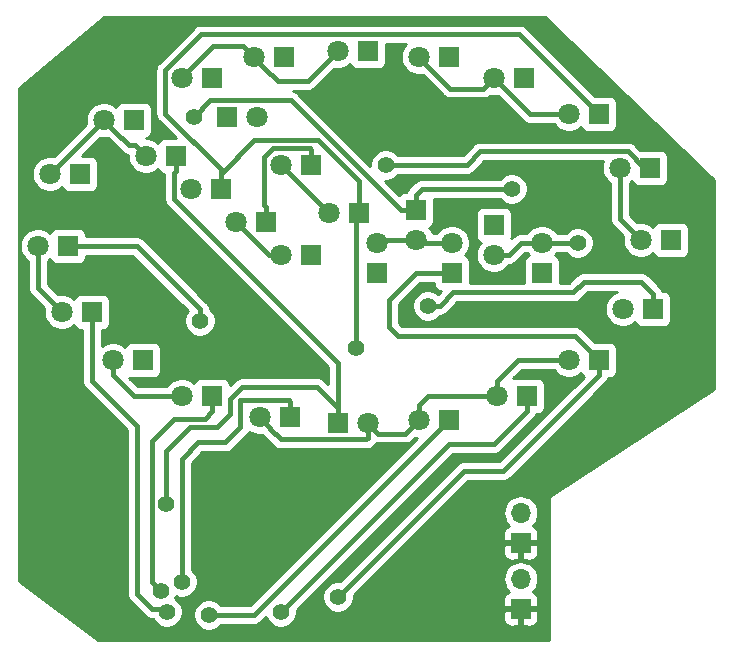
<source format=gbl>
%TF.GenerationSoftware,KiCad,Pcbnew,(5.1.4)-1*%
%TF.CreationDate,2021-08-29T10:14:45+03:00*%
%TF.ProjectId,optiem,6f707469-656d-42e6-9b69-6361645f7063,rev?*%
%TF.SameCoordinates,Original*%
%TF.FileFunction,Copper,L2,Bot*%
%TF.FilePolarity,Positive*%
%FSLAX46Y46*%
G04 Gerber Fmt 4.6, Leading zero omitted, Abs format (unit mm)*
G04 Created by KiCad (PCBNEW (5.1.4)-1) date 2021-08-29 10:14:45*
%MOMM*%
%LPD*%
G04 APERTURE LIST*
%TA.AperFunction,ComponentPad*%
%ADD10C,1.800000*%
%TD*%
%TA.AperFunction,ComponentPad*%
%ADD11R,1.800000X1.800000*%
%TD*%
%TA.AperFunction,ComponentPad*%
%ADD12O,1.700000X1.700000*%
%TD*%
%TA.AperFunction,ComponentPad*%
%ADD13R,1.700000X1.700000*%
%TD*%
%TA.AperFunction,ViaPad*%
%ADD14C,1.400000*%
%TD*%
%TA.AperFunction,Conductor*%
%ADD15C,0.400000*%
%TD*%
%TA.AperFunction,Conductor*%
%ADD16C,0.254000*%
%TD*%
G04 APERTURE END LIST*
D10*
%TO.P,D17,2*%
%TO.N,Net-(D17-Pad2)*%
X116332000Y-96012000D03*
D11*
%TO.P,D17,1*%
%TO.N,Net-(D1-Pad1)*%
X118872000Y-96012000D03*
%TD*%
D12*
%TO.P,P3,2*%
%TO.N,VCC*%
X155194000Y-118618000D03*
D13*
%TO.P,P3,1*%
%TO.N,GND*%
X155194000Y-121158000D03*
%TD*%
D11*
%TO.P,D29,1*%
%TO.N,Net-(D13-Pad1)*%
X146304000Y-87376000D03*
D10*
%TO.P,D29,2*%
%TO.N,Net-(D25-Pad2)*%
X146304000Y-89916000D03*
%TD*%
D11*
%TO.P,D9,1*%
%TO.N,Net-(D1-Pad1)*%
X166370000Y-95758000D03*
D10*
%TO.P,D9,2*%
%TO.N,Net-(D10-Pad2)*%
X163830000Y-95758000D03*
%TD*%
%TO.P,D11,2*%
%TO.N,Net-(D10-Pad2)*%
X153162000Y-103124000D03*
D11*
%TO.P,D11,1*%
%TO.N,Net-(D11-Pad1)*%
X155702000Y-103124000D03*
%TD*%
%TO.P,D12,1*%
%TO.N,Net-(D12-Pad1)*%
X149098000Y-105156000D03*
D10*
%TO.P,D12,2*%
%TO.N,Net-(D10-Pad2)*%
X146558000Y-105156000D03*
%TD*%
%TO.P,D13,2*%
%TO.N,Net-(D10-Pad2)*%
X142240000Y-105410000D03*
D11*
%TO.P,D13,1*%
%TO.N,Net-(D13-Pad1)*%
X139700000Y-105410000D03*
%TD*%
D10*
%TO.P,D16,2*%
%TO.N,Net-(D10-Pad2)*%
X120650000Y-100076000D03*
D11*
%TO.P,D16,1*%
%TO.N,Net-(D16-Pad1)*%
X123190000Y-100076000D03*
%TD*%
%TO.P,D7,1*%
%TO.N,Net-(D15-Pad1)*%
X166116000Y-83820000D03*
D10*
%TO.P,D7,2*%
%TO.N,Net-(D1-Pad2)*%
X163576000Y-83820000D03*
%TD*%
%TO.P,D6,2*%
%TO.N,Net-(D1-Pad2)*%
X159258000Y-79248000D03*
D11*
%TO.P,D6,1*%
%TO.N,Net-(D14-Pad1)*%
X161798000Y-79248000D03*
%TD*%
D10*
%TO.P,D1,2*%
%TO.N,Net-(D1-Pad2)*%
X126492000Y-76200000D03*
D11*
%TO.P,D1,1*%
%TO.N,Net-(D1-Pad1)*%
X129032000Y-76200000D03*
%TD*%
%TO.P,D3,1*%
%TO.N,Net-(D11-Pad1)*%
X142240000Y-73914000D03*
D10*
%TO.P,D3,2*%
%TO.N,Net-(D1-Pad2)*%
X139700000Y-73914000D03*
%TD*%
%TO.P,D4,2*%
%TO.N,Net-(D1-Pad2)*%
X146558000Y-74422000D03*
D11*
%TO.P,D4,1*%
%TO.N,Net-(D12-Pad1)*%
X149098000Y-74422000D03*
%TD*%
%TO.P,D2,1*%
%TO.N,Net-(D10-Pad1)*%
X135128000Y-74422000D03*
D10*
%TO.P,D2,2*%
%TO.N,Net-(D1-Pad2)*%
X132588000Y-74422000D03*
%TD*%
D11*
%TO.P,D5,1*%
%TO.N,Net-(D13-Pad1)*%
X155448000Y-76200000D03*
D10*
%TO.P,D5,2*%
%TO.N,Net-(D1-Pad2)*%
X152908000Y-76200000D03*
%TD*%
D11*
%TO.P,D14,1*%
%TO.N,Net-(D14-Pad1)*%
X135636000Y-104902000D03*
D10*
%TO.P,D14,2*%
%TO.N,Net-(D10-Pad2)*%
X133096000Y-104902000D03*
%TD*%
D13*
%TO.P,P2,1*%
%TO.N,GND*%
X155194000Y-115570000D03*
D12*
%TO.P,P2,2*%
%TO.N,Net-(F1-Pad2)*%
X155194000Y-113030000D03*
%TD*%
D11*
%TO.P,D15,1*%
%TO.N,Net-(D15-Pad1)*%
X129032000Y-103124000D03*
D10*
%TO.P,D15,2*%
%TO.N,Net-(D10-Pad2)*%
X126492000Y-103124000D03*
%TD*%
D11*
%TO.P,D18,1*%
%TO.N,Net-(D10-Pad1)*%
X116840000Y-90424000D03*
D10*
%TO.P,D18,2*%
%TO.N,Net-(D17-Pad2)*%
X114300000Y-90424000D03*
%TD*%
D11*
%TO.P,D19,1*%
%TO.N,Net-(D11-Pad1)*%
X117856000Y-84328000D03*
D10*
%TO.P,D19,2*%
%TO.N,Net-(D17-Pad2)*%
X115316000Y-84328000D03*
%TD*%
D11*
%TO.P,D20,1*%
%TO.N,Net-(D12-Pad1)*%
X122428000Y-79756000D03*
D10*
%TO.P,D20,2*%
%TO.N,Net-(D17-Pad2)*%
X119888000Y-79756000D03*
%TD*%
%TO.P,D21,2*%
%TO.N,Net-(D17-Pad2)*%
X123444000Y-82804000D03*
D11*
%TO.P,D21,1*%
%TO.N,Net-(D13-Pad1)*%
X125984000Y-82804000D03*
%TD*%
D10*
%TO.P,D22,2*%
%TO.N,Net-(D17-Pad2)*%
X127254000Y-85598000D03*
D11*
%TO.P,D22,1*%
%TO.N,Net-(D14-Pad1)*%
X129794000Y-85598000D03*
%TD*%
%TO.P,D23,1*%
%TO.N,Net-(D15-Pad1)*%
X133604000Y-88392000D03*
D10*
%TO.P,D23,2*%
%TO.N,Net-(D17-Pad2)*%
X131064000Y-88392000D03*
%TD*%
%TO.P,D24,2*%
%TO.N,Net-(D17-Pad2)*%
X134874000Y-91186000D03*
D11*
%TO.P,D24,1*%
%TO.N,Net-(D16-Pad1)*%
X137414000Y-91186000D03*
%TD*%
D10*
%TO.P,D25,2*%
%TO.N,Net-(D25-Pad2)*%
X143002000Y-90170000D03*
D11*
%TO.P,D25,1*%
%TO.N,Net-(D1-Pad1)*%
X143002000Y-92710000D03*
%TD*%
%TO.P,D26,1*%
%TO.N,Net-(D10-Pad1)*%
X149352000Y-92710000D03*
D10*
%TO.P,D26,2*%
%TO.N,Net-(D25-Pad2)*%
X149352000Y-90170000D03*
%TD*%
D11*
%TO.P,D27,1*%
%TO.N,Net-(D11-Pad1)*%
X156972000Y-92710000D03*
D10*
%TO.P,D27,2*%
%TO.N,Net-(D25-Pad2)*%
X156972000Y-90170000D03*
%TD*%
%TO.P,D30,2*%
%TO.N,Net-(D25-Pad2)*%
X138938000Y-87630000D03*
D11*
%TO.P,D30,1*%
%TO.N,Net-(D14-Pad1)*%
X141478000Y-87630000D03*
%TD*%
%TO.P,D31,1*%
%TO.N,Net-(D15-Pad1)*%
X137414000Y-83566000D03*
D10*
%TO.P,D31,2*%
%TO.N,Net-(D25-Pad2)*%
X134874000Y-83566000D03*
%TD*%
%TO.P,D8,2*%
%TO.N,Net-(D1-Pad2)*%
X165354000Y-89916000D03*
D11*
%TO.P,D8,1*%
%TO.N,Net-(D16-Pad1)*%
X167894000Y-89916000D03*
%TD*%
%TO.P,D10,1*%
%TO.N,Net-(D10-Pad1)*%
X161798000Y-100076000D03*
D10*
%TO.P,D10,2*%
%TO.N,Net-(D10-Pad2)*%
X159258000Y-100076000D03*
%TD*%
D11*
%TO.P,D28,1*%
%TO.N,Net-(D12-Pad1)*%
X152908000Y-88646000D03*
D10*
%TO.P,D28,2*%
%TO.N,Net-(D25-Pad2)*%
X152908000Y-91186000D03*
%TD*%
D11*
%TO.P,D32,1*%
%TO.N,Net-(D16-Pad1)*%
X130302000Y-79502000D03*
D10*
%TO.P,D32,2*%
%TO.N,Net-(D25-Pad2)*%
X132842000Y-79502000D03*
%TD*%
D14*
%TO.N,Net-(D1-Pad1)*%
X147320000Y-95504000D03*
X125222000Y-121412000D03*
%TO.N,Net-(D10-Pad1)*%
X139700000Y-120142000D03*
X128016000Y-96774000D03*
%TO.N,Net-(D11-Pad1)*%
X134874000Y-121412000D03*
%TO.N,Net-(D12-Pad1)*%
X128778000Y-121666000D03*
%TO.N,Net-(D13-Pad1)*%
X154432000Y-85598000D03*
X127508000Y-79502000D03*
X125167000Y-112268000D03*
%TO.N,Net-(D14-Pad1)*%
X126492000Y-118872000D03*
X141224000Y-99060000D03*
%TO.N,Net-(D15-Pad1)*%
X143764000Y-83566000D03*
X124714000Y-119634000D03*
%TO.N,Net-(D25-Pad2)*%
X160020000Y-90170000D03*
%TD*%
D15*
%TO.N,Net-(D1-Pad1)*%
X166370000Y-94458000D02*
X166370000Y-95758000D01*
X148309949Y-95504000D02*
X149455950Y-94357999D01*
X147320000Y-95504000D02*
X148309949Y-95504000D01*
X124968000Y-121158000D02*
X125222000Y-121412000D01*
X123952000Y-121158000D02*
X124968000Y-121158000D01*
X122682000Y-119888000D02*
X123952000Y-121158000D01*
X122682000Y-105664000D02*
X122682000Y-119888000D01*
X118872000Y-101854000D02*
X122682000Y-105664000D01*
X118872000Y-96012000D02*
X118872000Y-101854000D01*
X166370000Y-94458000D02*
X165384000Y-93472000D01*
X160521998Y-93472000D02*
X159635999Y-94357999D01*
X165384000Y-93472000D02*
X160521998Y-93472000D01*
X149455950Y-94357999D02*
X159635999Y-94357999D01*
%TO.N,Net-(D1-Pad2)*%
X163576000Y-88138000D02*
X163576000Y-83820000D01*
X165354000Y-89916000D02*
X163576000Y-88138000D01*
X155956000Y-79248000D02*
X152908000Y-76200000D01*
X159258000Y-79248000D02*
X155956000Y-79248000D01*
X147457999Y-75321999D02*
X146558000Y-74422000D01*
X149235999Y-77099999D02*
X147457999Y-75321999D01*
X152008001Y-77099999D02*
X149235999Y-77099999D01*
X152908000Y-76200000D02*
X152008001Y-77099999D01*
X133487999Y-75321999D02*
X132588000Y-74422000D01*
X134620000Y-76454000D02*
X133487999Y-75321999D01*
X137160000Y-76454000D02*
X134620000Y-76454000D01*
X139700000Y-73914000D02*
X137160000Y-76454000D01*
X127391999Y-75300001D02*
X126492000Y-76200000D01*
X129169999Y-73522001D02*
X127391999Y-75300001D01*
X131688001Y-73522001D02*
X129169999Y-73522001D01*
X132588000Y-74422000D02*
X131688001Y-73522001D01*
%TO.N,Net-(D10-Pad1)*%
X146304000Y-92710000D02*
X149352000Y-92710000D01*
X144018000Y-94996000D02*
X146304000Y-92710000D01*
X144018000Y-97282000D02*
X144018000Y-94996000D01*
X144780000Y-98044000D02*
X144018000Y-97282000D01*
X161798000Y-100076000D02*
X159766000Y-98044000D01*
X159766000Y-98044000D02*
X144780000Y-98044000D01*
X161798000Y-101376000D02*
X161798000Y-100076000D01*
X153700000Y-109474000D02*
X161798000Y-101376000D01*
X150368000Y-109474000D02*
X153700000Y-109474000D01*
X139700000Y-120142000D02*
X150368000Y-109474000D01*
X118140000Y-90424000D02*
X116840000Y-90424000D01*
X122655949Y-90424000D02*
X118140000Y-90424000D01*
X128016000Y-95784051D02*
X122655949Y-90424000D01*
X128016000Y-96774000D02*
X128016000Y-95784051D01*
%TO.N,Net-(D11-Pad1)*%
X149083000Y-107203000D02*
X150383000Y-107203000D01*
X134874000Y-121412000D02*
X149083000Y-107203000D01*
X150383000Y-107203000D02*
X150891000Y-107203000D01*
X152923000Y-107203000D02*
X150891000Y-107203000D01*
X155702000Y-104424000D02*
X152923000Y-107203000D01*
X155702000Y-103124000D02*
X155702000Y-104424000D01*
%TO.N,Net-(D12-Pad1)*%
X149098000Y-105156000D02*
X132588000Y-121666000D01*
X132588000Y-121666000D02*
X128778000Y-121666000D01*
%TO.N,Net-(D13-Pad1)*%
X146304000Y-86076000D02*
X146304000Y-87376000D01*
X146782000Y-85598000D02*
X146304000Y-86076000D01*
X154432000Y-85598000D02*
X146782000Y-85598000D01*
X128908001Y-78101999D02*
X127508000Y-79502000D01*
X135729999Y-78101999D02*
X128908001Y-78101999D01*
X146304000Y-87376000D02*
X145004000Y-87376000D01*
X145004000Y-87376000D02*
X135729999Y-78101999D01*
X139700000Y-104110000D02*
X139700000Y-105410000D01*
X137937000Y-102347000D02*
X139700000Y-104110000D01*
X127173990Y-105744010D02*
X129459990Y-105744010D01*
X131613037Y-102347000D02*
X137937000Y-102347000D01*
X129459990Y-105744010D02*
X130535999Y-104668001D01*
X125167000Y-107751000D02*
X127173990Y-105744010D01*
X130535999Y-104668001D02*
X130535999Y-103424038D01*
X125167000Y-112268000D02*
X125167000Y-107751000D01*
X130535999Y-103424038D02*
X131613037Y-102347000D01*
X125984000Y-84104000D02*
X125984000Y-82804000D01*
X125853999Y-84234001D02*
X125984000Y-84104000D01*
X125853999Y-86483999D02*
X125853999Y-84234001D01*
X139700000Y-100330000D02*
X130175000Y-90805000D01*
X139700000Y-105410000D02*
X139700000Y-100330000D01*
X130175000Y-90805000D02*
X125853999Y-86483999D01*
%TO.N,Net-(D14-Pad1)*%
X129794000Y-83913998D02*
X129794000Y-84298000D01*
X125091999Y-79211997D02*
X129794000Y-83913998D01*
X125091999Y-75527999D02*
X125091999Y-79211997D01*
X128105999Y-72513999D02*
X125091999Y-75527999D01*
X155063999Y-72513999D02*
X128105999Y-72513999D01*
X161798000Y-79248000D02*
X155063999Y-72513999D01*
X129794000Y-84298000D02*
X129794000Y-85598000D01*
X132626011Y-81465989D02*
X129794000Y-84298000D01*
X138013991Y-81465989D02*
X132626011Y-81465989D01*
X141478000Y-84929998D02*
X138013991Y-81465989D01*
X141478000Y-87630000D02*
X141478000Y-84929998D01*
X135535999Y-103501999D02*
X131448001Y-103501999D01*
X135636000Y-104902000D02*
X135636000Y-103602000D01*
X135636000Y-103602000D02*
X135535999Y-103501999D01*
X126492000Y-118872000D02*
X126492000Y-108458000D01*
X126492000Y-108458000D02*
X127889000Y-107061000D01*
X141224000Y-87884000D02*
X141478000Y-87630000D01*
X141224000Y-99060000D02*
X141224000Y-87884000D01*
X131448001Y-105787999D02*
X131448001Y-103501999D01*
X130175000Y-107061000D02*
X131448001Y-105787999D01*
X127889000Y-107061000D02*
X130175000Y-107061000D01*
%TO.N,Net-(D15-Pad1)*%
X137414000Y-82266000D02*
X137414000Y-83566000D01*
X137313999Y-82165999D02*
X137414000Y-82266000D01*
X134201999Y-82165999D02*
X137313999Y-82165999D01*
X133473999Y-86961999D02*
X133473999Y-82893999D01*
X133473999Y-82893999D02*
X134201999Y-82165999D01*
X133604000Y-87092000D02*
X133473999Y-86961999D01*
X133604000Y-88392000D02*
X133604000Y-87092000D01*
X147413998Y-83566000D02*
X143764000Y-83566000D01*
X151768001Y-82419999D02*
X150622000Y-83566000D01*
X164248001Y-82419999D02*
X151768001Y-82419999D01*
X165648002Y-83820000D02*
X164248001Y-82419999D01*
X166116000Y-83820000D02*
X165648002Y-83820000D01*
X150622000Y-83566000D02*
X147413998Y-83566000D01*
X129032000Y-104424000D02*
X129032000Y-103124000D01*
X128412000Y-105044000D02*
X129032000Y-104424000D01*
X125842000Y-105044000D02*
X128412000Y-105044000D01*
X123967000Y-106919000D02*
X125842000Y-105044000D01*
X123967000Y-118887000D02*
X123967000Y-106919000D01*
X124714000Y-119634000D02*
X123967000Y-118887000D01*
%TO.N,Net-(D10-Pad2)*%
X125219208Y-103124000D02*
X126492000Y-103124000D01*
X122425208Y-103124000D02*
X125219208Y-103124000D01*
X120650000Y-101348792D02*
X122425208Y-103124000D01*
X120650000Y-100076000D02*
X120650000Y-101348792D01*
X142240000Y-106682792D02*
X142240000Y-105410000D01*
X142112791Y-106810001D02*
X142240000Y-106682792D01*
X134843999Y-106810001D02*
X142112791Y-106810001D01*
X133995999Y-105962001D02*
X134843999Y-106810001D01*
X133995999Y-105801999D02*
X133995999Y-105962001D01*
X133096000Y-104902000D02*
X133995999Y-105801999D01*
X145658001Y-106055999D02*
X146558000Y-105156000D01*
X145404001Y-106309999D02*
X145658001Y-106055999D01*
X143139999Y-106309999D02*
X145404001Y-106309999D01*
X142240000Y-105410000D02*
X143139999Y-106309999D01*
X151889208Y-103124000D02*
X153162000Y-103124000D01*
X147317208Y-103124000D02*
X151889208Y-103124000D01*
X146558000Y-103883208D02*
X147317208Y-103124000D01*
X146558000Y-105156000D02*
X146558000Y-103883208D01*
X157985208Y-100076000D02*
X159258000Y-100076000D01*
X154937208Y-100076000D02*
X157985208Y-100076000D01*
X153162000Y-101851208D02*
X154937208Y-100076000D01*
X153162000Y-103124000D02*
X153162000Y-101851208D01*
%TO.N,Net-(D17-Pad2)*%
X120787999Y-80655999D02*
X119888000Y-79756000D01*
X122036001Y-81904001D02*
X120787999Y-80655999D01*
X122544001Y-81904001D02*
X122036001Y-81904001D01*
X123444000Y-82804000D02*
X122544001Y-81904001D01*
X119888000Y-79756000D02*
X115316000Y-84328000D01*
X114300000Y-93980000D02*
X116332000Y-96012000D01*
X114300000Y-90424000D02*
X114300000Y-93980000D01*
X133858000Y-91186000D02*
X134874000Y-91186000D01*
X131064000Y-88392000D02*
X133858000Y-91186000D01*
%TO.N,Net-(D25-Pad2)*%
X155196792Y-90170000D02*
X156972000Y-90170000D01*
X152908000Y-91186000D02*
X154180792Y-91186000D01*
X154180792Y-91186000D02*
X155196792Y-90170000D01*
X146558000Y-90170000D02*
X146304000Y-89916000D01*
X149352000Y-90170000D02*
X146558000Y-90170000D01*
X143256000Y-89916000D02*
X143002000Y-90170000D01*
X146304000Y-89916000D02*
X143256000Y-89916000D01*
X138038001Y-86730001D02*
X134874000Y-83566000D01*
X138938000Y-87630000D02*
X138038001Y-86730001D01*
X160020000Y-90170000D02*
X156972000Y-90170000D01*
%TD*%
D16*
%TO.N,GND*%
G36*
X171527000Y-84872802D02*
G01*
X171527001Y-102499673D01*
X157892285Y-111424214D01*
X157859593Y-111441688D01*
X157809942Y-111482437D01*
X157759928Y-111522695D01*
X157757824Y-111525209D01*
X157755289Y-111527290D01*
X157714537Y-111576945D01*
X157673341Y-111626183D01*
X157671769Y-111629059D01*
X157669688Y-111631594D01*
X157639413Y-111688235D01*
X157608608Y-111744575D01*
X157607626Y-111747704D01*
X157606081Y-111750595D01*
X157587430Y-111812080D01*
X157568217Y-111873320D01*
X157567865Y-111876576D01*
X157566912Y-111879718D01*
X157560613Y-111943669D01*
X157553717Y-112007472D01*
X157557000Y-112044390D01*
X157557001Y-123775000D01*
X119354333Y-123775000D01*
X112699000Y-118783500D01*
X112699000Y-90272816D01*
X112765000Y-90272816D01*
X112765000Y-90575184D01*
X112823989Y-90871743D01*
X112939701Y-91151095D01*
X113107688Y-91402505D01*
X113321495Y-91616312D01*
X113465000Y-91712199D01*
X113465001Y-93938972D01*
X113460960Y-93980000D01*
X113477082Y-94143688D01*
X113524828Y-94301086D01*
X113586776Y-94416982D01*
X113602365Y-94446146D01*
X113706710Y-94573291D01*
X113738574Y-94599441D01*
X114830671Y-95691539D01*
X114797000Y-95860816D01*
X114797000Y-96163184D01*
X114855989Y-96459743D01*
X114971701Y-96739095D01*
X115139688Y-96990505D01*
X115353495Y-97204312D01*
X115604905Y-97372299D01*
X115884257Y-97488011D01*
X116180816Y-97547000D01*
X116483184Y-97547000D01*
X116779743Y-97488011D01*
X117059095Y-97372299D01*
X117310505Y-97204312D01*
X117376944Y-97137873D01*
X117382498Y-97156180D01*
X117441463Y-97266494D01*
X117520815Y-97363185D01*
X117617506Y-97442537D01*
X117727820Y-97501502D01*
X117847518Y-97537812D01*
X117972000Y-97550072D01*
X118037000Y-97550072D01*
X118037001Y-101812972D01*
X118032960Y-101854000D01*
X118049082Y-102017688D01*
X118096828Y-102175086D01*
X118164313Y-102301341D01*
X118174365Y-102320146D01*
X118278710Y-102447291D01*
X118310574Y-102473441D01*
X121847000Y-106009869D01*
X121847001Y-119846971D01*
X121842960Y-119888000D01*
X121859082Y-120051688D01*
X121906828Y-120209086D01*
X121967717Y-120323000D01*
X121984365Y-120354146D01*
X122088710Y-120481291D01*
X122120574Y-120507441D01*
X123332558Y-121719426D01*
X123358709Y-121751291D01*
X123485854Y-121855636D01*
X123630913Y-121933172D01*
X123788311Y-121980918D01*
X123910981Y-121993000D01*
X123910983Y-121993000D01*
X123951999Y-121997040D01*
X123993015Y-121993000D01*
X124017665Y-121993000D01*
X124038939Y-122044359D01*
X124185038Y-122263013D01*
X124370987Y-122448962D01*
X124589641Y-122595061D01*
X124832595Y-122695696D01*
X125090514Y-122747000D01*
X125353486Y-122747000D01*
X125611405Y-122695696D01*
X125854359Y-122595061D01*
X126073013Y-122448962D01*
X126258962Y-122263013D01*
X126405061Y-122044359D01*
X126505696Y-121801405D01*
X126557000Y-121543486D01*
X126557000Y-121280514D01*
X126505696Y-121022595D01*
X126405061Y-120779641D01*
X126258962Y-120560987D01*
X126073013Y-120375038D01*
X125899944Y-120259398D01*
X125966286Y-120099235D01*
X126102595Y-120155696D01*
X126360514Y-120207000D01*
X126623486Y-120207000D01*
X126881405Y-120155696D01*
X127124359Y-120055061D01*
X127343013Y-119908962D01*
X127528962Y-119723013D01*
X127675061Y-119504359D01*
X127775696Y-119261405D01*
X127827000Y-119003486D01*
X127827000Y-118740514D01*
X127775696Y-118482595D01*
X127675061Y-118239641D01*
X127528962Y-118020987D01*
X127343013Y-117835038D01*
X127327000Y-117824339D01*
X127327000Y-108803867D01*
X128234868Y-107896000D01*
X130133982Y-107896000D01*
X130175000Y-107900040D01*
X130216018Y-107896000D01*
X130216019Y-107896000D01*
X130338689Y-107883918D01*
X130496087Y-107836172D01*
X130641146Y-107758636D01*
X130768291Y-107654291D01*
X130794446Y-107622421D01*
X132009429Y-106407439D01*
X132041292Y-106381290D01*
X132145637Y-106254145D01*
X132201181Y-106150229D01*
X132368905Y-106262299D01*
X132648257Y-106378011D01*
X132944816Y-106437000D01*
X133247184Y-106437000D01*
X133297722Y-106426947D01*
X133298363Y-106428147D01*
X133402708Y-106555292D01*
X133434576Y-106581445D01*
X134224557Y-107371427D01*
X134250708Y-107403292D01*
X134375505Y-107505710D01*
X134377853Y-107507637D01*
X134522912Y-107585173D01*
X134680310Y-107632919D01*
X134843998Y-107649041D01*
X134885017Y-107645001D01*
X142071773Y-107645001D01*
X142112791Y-107649041D01*
X142153809Y-107645001D01*
X142153810Y-107645001D01*
X142276480Y-107632919D01*
X142433878Y-107585173D01*
X142578937Y-107507637D01*
X142706082Y-107403292D01*
X142732235Y-107371424D01*
X142801426Y-107302234D01*
X142833291Y-107276083D01*
X142937636Y-107148938D01*
X142950400Y-107125057D01*
X142976310Y-107132917D01*
X143139999Y-107149039D01*
X143181017Y-107144999D01*
X145362983Y-107144999D01*
X145404001Y-107149039D01*
X145445019Y-107144999D01*
X145445020Y-107144999D01*
X145567690Y-107132917D01*
X145725088Y-107085171D01*
X145870147Y-107007635D01*
X145997292Y-106903290D01*
X146023447Y-106871420D01*
X146237538Y-106657329D01*
X146386227Y-106686905D01*
X132242133Y-120831000D01*
X129825661Y-120831000D01*
X129814962Y-120814987D01*
X129629013Y-120629038D01*
X129410359Y-120482939D01*
X129167405Y-120382304D01*
X128909486Y-120331000D01*
X128646514Y-120331000D01*
X128388595Y-120382304D01*
X128145641Y-120482939D01*
X127926987Y-120629038D01*
X127741038Y-120814987D01*
X127594939Y-121033641D01*
X127494304Y-121276595D01*
X127443000Y-121534514D01*
X127443000Y-121797486D01*
X127494304Y-122055405D01*
X127594939Y-122298359D01*
X127741038Y-122517013D01*
X127926987Y-122702962D01*
X128145641Y-122849061D01*
X128388595Y-122949696D01*
X128646514Y-123001000D01*
X128909486Y-123001000D01*
X129167405Y-122949696D01*
X129410359Y-122849061D01*
X129629013Y-122702962D01*
X129814962Y-122517013D01*
X129825661Y-122501000D01*
X132546982Y-122501000D01*
X132588000Y-122505040D01*
X132629018Y-122501000D01*
X132629019Y-122501000D01*
X132751689Y-122488918D01*
X132909087Y-122441172D01*
X133054146Y-122363636D01*
X133181291Y-122259291D01*
X133207446Y-122227421D01*
X133602945Y-121831922D01*
X133690939Y-122044359D01*
X133837038Y-122263013D01*
X134022987Y-122448962D01*
X134241641Y-122595061D01*
X134484595Y-122695696D01*
X134742514Y-122747000D01*
X135005486Y-122747000D01*
X135263405Y-122695696D01*
X135506359Y-122595061D01*
X135725013Y-122448962D01*
X135910962Y-122263013D01*
X136057061Y-122044359D01*
X136072121Y-122008000D01*
X153705928Y-122008000D01*
X153718188Y-122132482D01*
X153754498Y-122252180D01*
X153813463Y-122362494D01*
X153892815Y-122459185D01*
X153989506Y-122538537D01*
X154099820Y-122597502D01*
X154219518Y-122633812D01*
X154344000Y-122646072D01*
X154908250Y-122643000D01*
X155067000Y-122484250D01*
X155067000Y-121285000D01*
X155321000Y-121285000D01*
X155321000Y-122484250D01*
X155479750Y-122643000D01*
X156044000Y-122646072D01*
X156168482Y-122633812D01*
X156288180Y-122597502D01*
X156398494Y-122538537D01*
X156495185Y-122459185D01*
X156574537Y-122362494D01*
X156633502Y-122252180D01*
X156669812Y-122132482D01*
X156682072Y-122008000D01*
X156679000Y-121443750D01*
X156520250Y-121285000D01*
X155321000Y-121285000D01*
X155067000Y-121285000D01*
X153867750Y-121285000D01*
X153709000Y-121443750D01*
X153705928Y-122008000D01*
X136072121Y-122008000D01*
X136157696Y-121801405D01*
X136209000Y-121543486D01*
X136209000Y-121280514D01*
X136205243Y-121261625D01*
X149428869Y-108038000D01*
X152881982Y-108038000D01*
X152923000Y-108042040D01*
X152964018Y-108038000D01*
X152964019Y-108038000D01*
X153086689Y-108025918D01*
X153244087Y-107978172D01*
X153389146Y-107900636D01*
X153516291Y-107796291D01*
X153542446Y-107764421D01*
X156263427Y-105043441D01*
X156295291Y-105017291D01*
X156399636Y-104890146D01*
X156477172Y-104745087D01*
X156502354Y-104662072D01*
X156602000Y-104662072D01*
X156726482Y-104649812D01*
X156846180Y-104613502D01*
X156956494Y-104554537D01*
X157053185Y-104475185D01*
X157132537Y-104378494D01*
X157191502Y-104268180D01*
X157227812Y-104148482D01*
X157240072Y-104024000D01*
X157240072Y-102224000D01*
X157227812Y-102099518D01*
X157191502Y-101979820D01*
X157132537Y-101869506D01*
X157053185Y-101772815D01*
X156956494Y-101693463D01*
X156846180Y-101634498D01*
X156726482Y-101598188D01*
X156602000Y-101585928D01*
X154802000Y-101585928D01*
X154677518Y-101598188D01*
X154560343Y-101633733D01*
X155283076Y-100911000D01*
X157969801Y-100911000D01*
X158065688Y-101054505D01*
X158279495Y-101268312D01*
X158530905Y-101436299D01*
X158810257Y-101552011D01*
X159106816Y-101611000D01*
X159409184Y-101611000D01*
X159705743Y-101552011D01*
X159985095Y-101436299D01*
X160236505Y-101268312D01*
X160302944Y-101201873D01*
X160308498Y-101220180D01*
X160367463Y-101330494D01*
X160446815Y-101427185D01*
X160512248Y-101480884D01*
X153354133Y-108639000D01*
X150409007Y-108639000D01*
X150367999Y-108634961D01*
X150326991Y-108639000D01*
X150326981Y-108639000D01*
X150204311Y-108651082D01*
X150046913Y-108698828D01*
X149901854Y-108776364D01*
X149774709Y-108880709D01*
X149748561Y-108912571D01*
X139850376Y-118810757D01*
X139831486Y-118807000D01*
X139568514Y-118807000D01*
X139310595Y-118858304D01*
X139067641Y-118958939D01*
X138848987Y-119105038D01*
X138663038Y-119290987D01*
X138516939Y-119509641D01*
X138416304Y-119752595D01*
X138365000Y-120010514D01*
X138365000Y-120273486D01*
X138416304Y-120531405D01*
X138516939Y-120774359D01*
X138663038Y-120993013D01*
X138848987Y-121178962D01*
X139067641Y-121325061D01*
X139310595Y-121425696D01*
X139568514Y-121477000D01*
X139831486Y-121477000D01*
X140089405Y-121425696D01*
X140332359Y-121325061D01*
X140551013Y-121178962D01*
X140736962Y-120993013D01*
X140883061Y-120774359D01*
X140983696Y-120531405D01*
X141035000Y-120273486D01*
X141035000Y-120010514D01*
X141031243Y-119991624D01*
X142404867Y-118618000D01*
X153701815Y-118618000D01*
X153730487Y-118909111D01*
X153815401Y-119189034D01*
X153953294Y-119447014D01*
X154138866Y-119673134D01*
X154168687Y-119697607D01*
X154099820Y-119718498D01*
X153989506Y-119777463D01*
X153892815Y-119856815D01*
X153813463Y-119953506D01*
X153754498Y-120063820D01*
X153718188Y-120183518D01*
X153705928Y-120308000D01*
X153709000Y-120872250D01*
X153867750Y-121031000D01*
X155067000Y-121031000D01*
X155067000Y-121011000D01*
X155321000Y-121011000D01*
X155321000Y-121031000D01*
X156520250Y-121031000D01*
X156679000Y-120872250D01*
X156682072Y-120308000D01*
X156669812Y-120183518D01*
X156633502Y-120063820D01*
X156574537Y-119953506D01*
X156495185Y-119856815D01*
X156398494Y-119777463D01*
X156288180Y-119718498D01*
X156219313Y-119697607D01*
X156249134Y-119673134D01*
X156434706Y-119447014D01*
X156572599Y-119189034D01*
X156657513Y-118909111D01*
X156686185Y-118618000D01*
X156657513Y-118326889D01*
X156572599Y-118046966D01*
X156434706Y-117788986D01*
X156249134Y-117562866D01*
X156023014Y-117377294D01*
X155765034Y-117239401D01*
X155485111Y-117154487D01*
X155266950Y-117133000D01*
X155121050Y-117133000D01*
X154902889Y-117154487D01*
X154622966Y-117239401D01*
X154364986Y-117377294D01*
X154138866Y-117562866D01*
X153953294Y-117788986D01*
X153815401Y-118046966D01*
X153730487Y-118326889D01*
X153701815Y-118618000D01*
X142404867Y-118618000D01*
X144602867Y-116420000D01*
X153705928Y-116420000D01*
X153718188Y-116544482D01*
X153754498Y-116664180D01*
X153813463Y-116774494D01*
X153892815Y-116871185D01*
X153989506Y-116950537D01*
X154099820Y-117009502D01*
X154219518Y-117045812D01*
X154344000Y-117058072D01*
X154908250Y-117055000D01*
X155067000Y-116896250D01*
X155067000Y-115697000D01*
X155321000Y-115697000D01*
X155321000Y-116896250D01*
X155479750Y-117055000D01*
X156044000Y-117058072D01*
X156168482Y-117045812D01*
X156288180Y-117009502D01*
X156398494Y-116950537D01*
X156495185Y-116871185D01*
X156574537Y-116774494D01*
X156633502Y-116664180D01*
X156669812Y-116544482D01*
X156682072Y-116420000D01*
X156679000Y-115855750D01*
X156520250Y-115697000D01*
X155321000Y-115697000D01*
X155067000Y-115697000D01*
X153867750Y-115697000D01*
X153709000Y-115855750D01*
X153705928Y-116420000D01*
X144602867Y-116420000D01*
X147992867Y-113030000D01*
X153701815Y-113030000D01*
X153730487Y-113321111D01*
X153815401Y-113601034D01*
X153953294Y-113859014D01*
X154138866Y-114085134D01*
X154168687Y-114109607D01*
X154099820Y-114130498D01*
X153989506Y-114189463D01*
X153892815Y-114268815D01*
X153813463Y-114365506D01*
X153754498Y-114475820D01*
X153718188Y-114595518D01*
X153705928Y-114720000D01*
X153709000Y-115284250D01*
X153867750Y-115443000D01*
X155067000Y-115443000D01*
X155067000Y-115423000D01*
X155321000Y-115423000D01*
X155321000Y-115443000D01*
X156520250Y-115443000D01*
X156679000Y-115284250D01*
X156682072Y-114720000D01*
X156669812Y-114595518D01*
X156633502Y-114475820D01*
X156574537Y-114365506D01*
X156495185Y-114268815D01*
X156398494Y-114189463D01*
X156288180Y-114130498D01*
X156219313Y-114109607D01*
X156249134Y-114085134D01*
X156434706Y-113859014D01*
X156572599Y-113601034D01*
X156657513Y-113321111D01*
X156686185Y-113030000D01*
X156657513Y-112738889D01*
X156572599Y-112458966D01*
X156434706Y-112200986D01*
X156249134Y-111974866D01*
X156023014Y-111789294D01*
X155765034Y-111651401D01*
X155485111Y-111566487D01*
X155266950Y-111545000D01*
X155121050Y-111545000D01*
X154902889Y-111566487D01*
X154622966Y-111651401D01*
X154364986Y-111789294D01*
X154138866Y-111974866D01*
X153953294Y-112200986D01*
X153815401Y-112458966D01*
X153730487Y-112738889D01*
X153701815Y-113030000D01*
X147992867Y-113030000D01*
X150713868Y-110309000D01*
X153658982Y-110309000D01*
X153700000Y-110313040D01*
X153741018Y-110309000D01*
X153741019Y-110309000D01*
X153863689Y-110296918D01*
X154021087Y-110249172D01*
X154166146Y-110171636D01*
X154293291Y-110067291D01*
X154319446Y-110035421D01*
X162359428Y-101995440D01*
X162391291Y-101969291D01*
X162495636Y-101842146D01*
X162573172Y-101697087D01*
X162598354Y-101614072D01*
X162698000Y-101614072D01*
X162822482Y-101601812D01*
X162942180Y-101565502D01*
X163052494Y-101506537D01*
X163149185Y-101427185D01*
X163228537Y-101330494D01*
X163287502Y-101220180D01*
X163323812Y-101100482D01*
X163336072Y-100976000D01*
X163336072Y-99176000D01*
X163323812Y-99051518D01*
X163287502Y-98931820D01*
X163228537Y-98821506D01*
X163149185Y-98724815D01*
X163052494Y-98645463D01*
X162942180Y-98586498D01*
X162822482Y-98550188D01*
X162698000Y-98537928D01*
X161440796Y-98537928D01*
X160385446Y-97482579D01*
X160359291Y-97450709D01*
X160232146Y-97346364D01*
X160087087Y-97268828D01*
X159929689Y-97221082D01*
X159807019Y-97209000D01*
X159807018Y-97209000D01*
X159766000Y-97204960D01*
X159724982Y-97209000D01*
X145125868Y-97209000D01*
X144853000Y-96936132D01*
X144853000Y-95341867D01*
X146649868Y-93545000D01*
X147813928Y-93545000D01*
X147813928Y-93610000D01*
X147826188Y-93734482D01*
X147862498Y-93854180D01*
X147921463Y-93964494D01*
X148000815Y-94061185D01*
X148097506Y-94140537D01*
X148207820Y-94199502D01*
X148327518Y-94235812D01*
X148391016Y-94242066D01*
X148168034Y-94465048D01*
X147952359Y-94320939D01*
X147709405Y-94220304D01*
X147451486Y-94169000D01*
X147188514Y-94169000D01*
X146930595Y-94220304D01*
X146687641Y-94320939D01*
X146468987Y-94467038D01*
X146283038Y-94652987D01*
X146136939Y-94871641D01*
X146036304Y-95114595D01*
X145985000Y-95372514D01*
X145985000Y-95635486D01*
X146036304Y-95893405D01*
X146136939Y-96136359D01*
X146283038Y-96355013D01*
X146468987Y-96540962D01*
X146687641Y-96687061D01*
X146930595Y-96787696D01*
X147188514Y-96839000D01*
X147451486Y-96839000D01*
X147709405Y-96787696D01*
X147952359Y-96687061D01*
X148171013Y-96540962D01*
X148356962Y-96355013D01*
X148368837Y-96337240D01*
X148473638Y-96326918D01*
X148631036Y-96279172D01*
X148776095Y-96201636D01*
X148903240Y-96097291D01*
X148929395Y-96065421D01*
X149801818Y-95192999D01*
X159594981Y-95192999D01*
X159635999Y-95197039D01*
X159677017Y-95192999D01*
X159677018Y-95192999D01*
X159799688Y-95180917D01*
X159957086Y-95133171D01*
X160102145Y-95055635D01*
X160229290Y-94951290D01*
X160255444Y-94919421D01*
X160867866Y-94307000D01*
X163321875Y-94307000D01*
X163102905Y-94397701D01*
X162851495Y-94565688D01*
X162637688Y-94779495D01*
X162469701Y-95030905D01*
X162353989Y-95310257D01*
X162295000Y-95606816D01*
X162295000Y-95909184D01*
X162353989Y-96205743D01*
X162469701Y-96485095D01*
X162637688Y-96736505D01*
X162851495Y-96950312D01*
X163102905Y-97118299D01*
X163382257Y-97234011D01*
X163678816Y-97293000D01*
X163981184Y-97293000D01*
X164277743Y-97234011D01*
X164557095Y-97118299D01*
X164808505Y-96950312D01*
X164874944Y-96883873D01*
X164880498Y-96902180D01*
X164939463Y-97012494D01*
X165018815Y-97109185D01*
X165115506Y-97188537D01*
X165225820Y-97247502D01*
X165345518Y-97283812D01*
X165470000Y-97296072D01*
X167270000Y-97296072D01*
X167394482Y-97283812D01*
X167514180Y-97247502D01*
X167624494Y-97188537D01*
X167721185Y-97109185D01*
X167800537Y-97012494D01*
X167859502Y-96902180D01*
X167895812Y-96782482D01*
X167908072Y-96658000D01*
X167908072Y-94858000D01*
X167895812Y-94733518D01*
X167859502Y-94613820D01*
X167800537Y-94503506D01*
X167721185Y-94406815D01*
X167624494Y-94327463D01*
X167514180Y-94268498D01*
X167394482Y-94232188D01*
X167270000Y-94219928D01*
X167170354Y-94219928D01*
X167145172Y-94136913D01*
X167067636Y-93991854D01*
X166963291Y-93864709D01*
X166931433Y-93838564D01*
X166003445Y-92910578D01*
X165977291Y-92878709D01*
X165850146Y-92774364D01*
X165705087Y-92696828D01*
X165547689Y-92649082D01*
X165425019Y-92637000D01*
X165425018Y-92637000D01*
X165384000Y-92632960D01*
X165342982Y-92637000D01*
X160563016Y-92637000D01*
X160521998Y-92632960D01*
X160480979Y-92637000D01*
X160358309Y-92649082D01*
X160200911Y-92696828D01*
X160055852Y-92774364D01*
X159928707Y-92878709D01*
X159902561Y-92910568D01*
X159290131Y-93522999D01*
X158510072Y-93522999D01*
X158510072Y-91810000D01*
X158497812Y-91685518D01*
X158461502Y-91565820D01*
X158402537Y-91455506D01*
X158323185Y-91358815D01*
X158226494Y-91279463D01*
X158116180Y-91220498D01*
X158097873Y-91214944D01*
X158164312Y-91148505D01*
X158260199Y-91005000D01*
X158972339Y-91005000D01*
X158983038Y-91021013D01*
X159168987Y-91206962D01*
X159387641Y-91353061D01*
X159630595Y-91453696D01*
X159888514Y-91505000D01*
X160151486Y-91505000D01*
X160409405Y-91453696D01*
X160652359Y-91353061D01*
X160871013Y-91206962D01*
X161056962Y-91021013D01*
X161203061Y-90802359D01*
X161303696Y-90559405D01*
X161355000Y-90301486D01*
X161355000Y-90038514D01*
X161303696Y-89780595D01*
X161203061Y-89537641D01*
X161056962Y-89318987D01*
X160871013Y-89133038D01*
X160652359Y-88986939D01*
X160409405Y-88886304D01*
X160151486Y-88835000D01*
X159888514Y-88835000D01*
X159630595Y-88886304D01*
X159387641Y-88986939D01*
X159168987Y-89133038D01*
X158983038Y-89318987D01*
X158972339Y-89335000D01*
X158260199Y-89335000D01*
X158164312Y-89191495D01*
X157950505Y-88977688D01*
X157699095Y-88809701D01*
X157419743Y-88693989D01*
X157123184Y-88635000D01*
X156820816Y-88635000D01*
X156524257Y-88693989D01*
X156244905Y-88809701D01*
X155993495Y-88977688D01*
X155779688Y-89191495D01*
X155683801Y-89335000D01*
X155237810Y-89335000D01*
X155196792Y-89330960D01*
X155155773Y-89335000D01*
X155033103Y-89347082D01*
X154875705Y-89394828D01*
X154730646Y-89472364D01*
X154603501Y-89576709D01*
X154577353Y-89608571D01*
X154398267Y-89787657D01*
X154433812Y-89670482D01*
X154446072Y-89546000D01*
X154446072Y-87746000D01*
X154433812Y-87621518D01*
X154397502Y-87501820D01*
X154338537Y-87391506D01*
X154259185Y-87294815D01*
X154162494Y-87215463D01*
X154052180Y-87156498D01*
X153932482Y-87120188D01*
X153808000Y-87107928D01*
X152008000Y-87107928D01*
X151883518Y-87120188D01*
X151763820Y-87156498D01*
X151653506Y-87215463D01*
X151556815Y-87294815D01*
X151477463Y-87391506D01*
X151418498Y-87501820D01*
X151382188Y-87621518D01*
X151369928Y-87746000D01*
X151369928Y-89546000D01*
X151382188Y-89670482D01*
X151418498Y-89790180D01*
X151477463Y-89900494D01*
X151556815Y-89997185D01*
X151653506Y-90076537D01*
X151763820Y-90135502D01*
X151782127Y-90141056D01*
X151715688Y-90207495D01*
X151547701Y-90458905D01*
X151431989Y-90738257D01*
X151373000Y-91034816D01*
X151373000Y-91337184D01*
X151431989Y-91633743D01*
X151547701Y-91913095D01*
X151715688Y-92164505D01*
X151929495Y-92378312D01*
X152180905Y-92546299D01*
X152460257Y-92662011D01*
X152756816Y-92721000D01*
X153059184Y-92721000D01*
X153355743Y-92662011D01*
X153635095Y-92546299D01*
X153886505Y-92378312D01*
X154100312Y-92164505D01*
X154194395Y-92023700D01*
X154221810Y-92021000D01*
X154221811Y-92021000D01*
X154344481Y-92008918D01*
X154501879Y-91961172D01*
X154646938Y-91883636D01*
X154774083Y-91779291D01*
X154800238Y-91747421D01*
X155542660Y-91005000D01*
X155683801Y-91005000D01*
X155779688Y-91148505D01*
X155846127Y-91214944D01*
X155827820Y-91220498D01*
X155717506Y-91279463D01*
X155620815Y-91358815D01*
X155541463Y-91455506D01*
X155482498Y-91565820D01*
X155446188Y-91685518D01*
X155433928Y-91810000D01*
X155433928Y-93522999D01*
X150890072Y-93522999D01*
X150890072Y-91810000D01*
X150877812Y-91685518D01*
X150841502Y-91565820D01*
X150782537Y-91455506D01*
X150703185Y-91358815D01*
X150606494Y-91279463D01*
X150496180Y-91220498D01*
X150477873Y-91214944D01*
X150544312Y-91148505D01*
X150712299Y-90897095D01*
X150828011Y-90617743D01*
X150887000Y-90321184D01*
X150887000Y-90018816D01*
X150828011Y-89722257D01*
X150712299Y-89442905D01*
X150544312Y-89191495D01*
X150330505Y-88977688D01*
X150079095Y-88809701D01*
X149799743Y-88693989D01*
X149503184Y-88635000D01*
X149200816Y-88635000D01*
X148904257Y-88693989D01*
X148624905Y-88809701D01*
X148373495Y-88977688D01*
X148159688Y-89191495D01*
X148063801Y-89335000D01*
X147724814Y-89335000D01*
X147664299Y-89188905D01*
X147496312Y-88937495D01*
X147429873Y-88871056D01*
X147448180Y-88865502D01*
X147558494Y-88806537D01*
X147655185Y-88727185D01*
X147734537Y-88630494D01*
X147793502Y-88520180D01*
X147829812Y-88400482D01*
X147842072Y-88276000D01*
X147842072Y-86476000D01*
X147837837Y-86433000D01*
X153384339Y-86433000D01*
X153395038Y-86449013D01*
X153580987Y-86634962D01*
X153799641Y-86781061D01*
X154042595Y-86881696D01*
X154300514Y-86933000D01*
X154563486Y-86933000D01*
X154821405Y-86881696D01*
X155064359Y-86781061D01*
X155283013Y-86634962D01*
X155468962Y-86449013D01*
X155615061Y-86230359D01*
X155715696Y-85987405D01*
X155767000Y-85729486D01*
X155767000Y-85466514D01*
X155715696Y-85208595D01*
X155615061Y-84965641D01*
X155468962Y-84746987D01*
X155283013Y-84561038D01*
X155064359Y-84414939D01*
X154821405Y-84314304D01*
X154563486Y-84263000D01*
X154300514Y-84263000D01*
X154042595Y-84314304D01*
X153799641Y-84414939D01*
X153580987Y-84561038D01*
X153395038Y-84746987D01*
X153384339Y-84763000D01*
X146823018Y-84763000D01*
X146781999Y-84758960D01*
X146707384Y-84766309D01*
X146618311Y-84775082D01*
X146460913Y-84822828D01*
X146315854Y-84900364D01*
X146188709Y-85004709D01*
X146162554Y-85036579D01*
X145742579Y-85456554D01*
X145710709Y-85482709D01*
X145616093Y-85598000D01*
X145606364Y-85609855D01*
X145528828Y-85754914D01*
X145503646Y-85837928D01*
X145404000Y-85837928D01*
X145279518Y-85850188D01*
X145159820Y-85886498D01*
X145049506Y-85945463D01*
X144952815Y-86024815D01*
X144899116Y-86090248D01*
X143709868Y-84901000D01*
X143895486Y-84901000D01*
X144153405Y-84849696D01*
X144396359Y-84749061D01*
X144615013Y-84602962D01*
X144800962Y-84417013D01*
X144811661Y-84401000D01*
X150580982Y-84401000D01*
X150622000Y-84405040D01*
X150663018Y-84401000D01*
X150663019Y-84401000D01*
X150785689Y-84388918D01*
X150943087Y-84341172D01*
X151088146Y-84263636D01*
X151215291Y-84159291D01*
X151241446Y-84127421D01*
X152113869Y-83254999D01*
X162148559Y-83254999D01*
X162099989Y-83372257D01*
X162041000Y-83668816D01*
X162041000Y-83971184D01*
X162099989Y-84267743D01*
X162215701Y-84547095D01*
X162383688Y-84798505D01*
X162597495Y-85012312D01*
X162741001Y-85108200D01*
X162741000Y-88096981D01*
X162736960Y-88138000D01*
X162741000Y-88179018D01*
X162753082Y-88301688D01*
X162800828Y-88459086D01*
X162878364Y-88604145D01*
X162982709Y-88731291D01*
X163014579Y-88757446D01*
X163852671Y-89595539D01*
X163819000Y-89764816D01*
X163819000Y-90067184D01*
X163877989Y-90363743D01*
X163993701Y-90643095D01*
X164161688Y-90894505D01*
X164375495Y-91108312D01*
X164626905Y-91276299D01*
X164906257Y-91392011D01*
X165202816Y-91451000D01*
X165505184Y-91451000D01*
X165801743Y-91392011D01*
X166081095Y-91276299D01*
X166332505Y-91108312D01*
X166398944Y-91041873D01*
X166404498Y-91060180D01*
X166463463Y-91170494D01*
X166542815Y-91267185D01*
X166639506Y-91346537D01*
X166749820Y-91405502D01*
X166869518Y-91441812D01*
X166994000Y-91454072D01*
X168794000Y-91454072D01*
X168918482Y-91441812D01*
X169038180Y-91405502D01*
X169148494Y-91346537D01*
X169245185Y-91267185D01*
X169324537Y-91170494D01*
X169383502Y-91060180D01*
X169419812Y-90940482D01*
X169432072Y-90816000D01*
X169432072Y-89016000D01*
X169419812Y-88891518D01*
X169383502Y-88771820D01*
X169324537Y-88661506D01*
X169245185Y-88564815D01*
X169148494Y-88485463D01*
X169038180Y-88426498D01*
X168918482Y-88390188D01*
X168794000Y-88377928D01*
X166994000Y-88377928D01*
X166869518Y-88390188D01*
X166749820Y-88426498D01*
X166639506Y-88485463D01*
X166542815Y-88564815D01*
X166463463Y-88661506D01*
X166404498Y-88771820D01*
X166398944Y-88790127D01*
X166332505Y-88723688D01*
X166081095Y-88555701D01*
X165801743Y-88439989D01*
X165505184Y-88381000D01*
X165202816Y-88381000D01*
X165033539Y-88414671D01*
X164411000Y-87792133D01*
X164411000Y-85108199D01*
X164554505Y-85012312D01*
X164620944Y-84945873D01*
X164626498Y-84964180D01*
X164685463Y-85074494D01*
X164764815Y-85171185D01*
X164861506Y-85250537D01*
X164971820Y-85309502D01*
X165091518Y-85345812D01*
X165216000Y-85358072D01*
X167016000Y-85358072D01*
X167140482Y-85345812D01*
X167260180Y-85309502D01*
X167370494Y-85250537D01*
X167467185Y-85171185D01*
X167546537Y-85074494D01*
X167605502Y-84964180D01*
X167641812Y-84844482D01*
X167654072Y-84720000D01*
X167654072Y-82920000D01*
X167641812Y-82795518D01*
X167605502Y-82675820D01*
X167546537Y-82565506D01*
X167467185Y-82468815D01*
X167370494Y-82389463D01*
X167260180Y-82330498D01*
X167140482Y-82294188D01*
X167016000Y-82281928D01*
X165290797Y-82281928D01*
X164867447Y-81858578D01*
X164841292Y-81826708D01*
X164714147Y-81722363D01*
X164569088Y-81644827D01*
X164411690Y-81597081D01*
X164289020Y-81584999D01*
X164289019Y-81584999D01*
X164248001Y-81580959D01*
X164206983Y-81584999D01*
X151809019Y-81584999D01*
X151768000Y-81580959D01*
X151726982Y-81584999D01*
X151604312Y-81597081D01*
X151446914Y-81644827D01*
X151301855Y-81722363D01*
X151174710Y-81826708D01*
X151148559Y-81858573D01*
X150276133Y-82731000D01*
X144811661Y-82731000D01*
X144800962Y-82714987D01*
X144615013Y-82529038D01*
X144396359Y-82382939D01*
X144153405Y-82282304D01*
X143895486Y-82231000D01*
X143632514Y-82231000D01*
X143374595Y-82282304D01*
X143131641Y-82382939D01*
X142912987Y-82529038D01*
X142727038Y-82714987D01*
X142580939Y-82933641D01*
X142480304Y-83176595D01*
X142429000Y-83434514D01*
X142429000Y-83620132D01*
X136349445Y-77540578D01*
X136323290Y-77508708D01*
X136196145Y-77404363D01*
X136051086Y-77326827D01*
X135926387Y-77289000D01*
X137118982Y-77289000D01*
X137160000Y-77293040D01*
X137201018Y-77289000D01*
X137201019Y-77289000D01*
X137323689Y-77276918D01*
X137481087Y-77229172D01*
X137626146Y-77151636D01*
X137753291Y-77047291D01*
X137779446Y-77015421D01*
X139379539Y-75415329D01*
X139548816Y-75449000D01*
X139851184Y-75449000D01*
X140147743Y-75390011D01*
X140427095Y-75274299D01*
X140678505Y-75106312D01*
X140744944Y-75039873D01*
X140750498Y-75058180D01*
X140809463Y-75168494D01*
X140888815Y-75265185D01*
X140985506Y-75344537D01*
X141095820Y-75403502D01*
X141215518Y-75439812D01*
X141340000Y-75452072D01*
X143140000Y-75452072D01*
X143264482Y-75439812D01*
X143384180Y-75403502D01*
X143494494Y-75344537D01*
X143591185Y-75265185D01*
X143670537Y-75168494D01*
X143729502Y-75058180D01*
X143765812Y-74938482D01*
X143778072Y-74814000D01*
X143778072Y-73348999D01*
X145460184Y-73348999D01*
X145365688Y-73443495D01*
X145197701Y-73694905D01*
X145081989Y-73974257D01*
X145023000Y-74270816D01*
X145023000Y-74573184D01*
X145081989Y-74869743D01*
X145197701Y-75149095D01*
X145365688Y-75400505D01*
X145579495Y-75614312D01*
X145830905Y-75782299D01*
X146110257Y-75898011D01*
X146406816Y-75957000D01*
X146709184Y-75957000D01*
X146878460Y-75923329D01*
X146896569Y-75941438D01*
X146896580Y-75941447D01*
X148616562Y-77661431D01*
X148642708Y-77693290D01*
X148674567Y-77719436D01*
X148674569Y-77719438D01*
X148697275Y-77738072D01*
X148769853Y-77797635D01*
X148914912Y-77875171D01*
X149072310Y-77922917D01*
X149194980Y-77934999D01*
X149194981Y-77934999D01*
X149235999Y-77939039D01*
X149277017Y-77934999D01*
X151966983Y-77934999D01*
X152008001Y-77939039D01*
X152049019Y-77934999D01*
X152049020Y-77934999D01*
X152171690Y-77922917D01*
X152329088Y-77875171D01*
X152474147Y-77797635D01*
X152590725Y-77701962D01*
X152756816Y-77735000D01*
X153059184Y-77735000D01*
X153228461Y-77701329D01*
X155336563Y-79809432D01*
X155362709Y-79841291D01*
X155394568Y-79867437D01*
X155394570Y-79867439D01*
X155423773Y-79891405D01*
X155489854Y-79945636D01*
X155634913Y-80023172D01*
X155792311Y-80070918D01*
X155854936Y-80077086D01*
X155956000Y-80087040D01*
X155997018Y-80083000D01*
X157969801Y-80083000D01*
X158065688Y-80226505D01*
X158279495Y-80440312D01*
X158530905Y-80608299D01*
X158810257Y-80724011D01*
X159106816Y-80783000D01*
X159409184Y-80783000D01*
X159705743Y-80724011D01*
X159985095Y-80608299D01*
X160236505Y-80440312D01*
X160302944Y-80373873D01*
X160308498Y-80392180D01*
X160367463Y-80502494D01*
X160446815Y-80599185D01*
X160543506Y-80678537D01*
X160653820Y-80737502D01*
X160773518Y-80773812D01*
X160898000Y-80786072D01*
X162698000Y-80786072D01*
X162822482Y-80773812D01*
X162942180Y-80737502D01*
X163052494Y-80678537D01*
X163149185Y-80599185D01*
X163228537Y-80502494D01*
X163287502Y-80392180D01*
X163323812Y-80272482D01*
X163336072Y-80148000D01*
X163336072Y-78348000D01*
X163323812Y-78223518D01*
X163287502Y-78103820D01*
X163228537Y-77993506D01*
X163149185Y-77896815D01*
X163052494Y-77817463D01*
X162942180Y-77758498D01*
X162822482Y-77722188D01*
X162698000Y-77709928D01*
X161440797Y-77709928D01*
X155683445Y-71952578D01*
X155657290Y-71920708D01*
X155530145Y-71816363D01*
X155385086Y-71738827D01*
X155227688Y-71691081D01*
X155105018Y-71678999D01*
X155105017Y-71678999D01*
X155063999Y-71674959D01*
X155022981Y-71678999D01*
X128147017Y-71678999D01*
X128105999Y-71674959D01*
X128064981Y-71678999D01*
X128064980Y-71678999D01*
X127942310Y-71691081D01*
X127784912Y-71738827D01*
X127639853Y-71816363D01*
X127512708Y-71920708D01*
X127486562Y-71952567D01*
X124530578Y-74908553D01*
X124498708Y-74934708D01*
X124432576Y-75015291D01*
X124394363Y-75061854D01*
X124316827Y-75206913D01*
X124269081Y-75364311D01*
X124252959Y-75527999D01*
X124256999Y-75569018D01*
X124257000Y-79170969D01*
X124252959Y-79211997D01*
X124269081Y-79375685D01*
X124316827Y-79533083D01*
X124394363Y-79678142D01*
X124394364Y-79678143D01*
X124498709Y-79805288D01*
X124530573Y-79831438D01*
X125965062Y-81265928D01*
X125084000Y-81265928D01*
X124959518Y-81278188D01*
X124839820Y-81314498D01*
X124729506Y-81373463D01*
X124632815Y-81452815D01*
X124553463Y-81549506D01*
X124494498Y-81659820D01*
X124488944Y-81678127D01*
X124422505Y-81611688D01*
X124171095Y-81443701D01*
X123891743Y-81327989D01*
X123595184Y-81269000D01*
X123494717Y-81269000D01*
X123572180Y-81245502D01*
X123682494Y-81186537D01*
X123779185Y-81107185D01*
X123858537Y-81010494D01*
X123917502Y-80900180D01*
X123953812Y-80780482D01*
X123966072Y-80656000D01*
X123966072Y-78856000D01*
X123953812Y-78731518D01*
X123917502Y-78611820D01*
X123858537Y-78501506D01*
X123779185Y-78404815D01*
X123682494Y-78325463D01*
X123572180Y-78266498D01*
X123452482Y-78230188D01*
X123328000Y-78217928D01*
X121528000Y-78217928D01*
X121403518Y-78230188D01*
X121283820Y-78266498D01*
X121173506Y-78325463D01*
X121076815Y-78404815D01*
X120997463Y-78501506D01*
X120938498Y-78611820D01*
X120932944Y-78630127D01*
X120866505Y-78563688D01*
X120615095Y-78395701D01*
X120335743Y-78279989D01*
X120039184Y-78221000D01*
X119736816Y-78221000D01*
X119440257Y-78279989D01*
X119160905Y-78395701D01*
X118909495Y-78563688D01*
X118695688Y-78777495D01*
X118527701Y-79028905D01*
X118411989Y-79308257D01*
X118353000Y-79604816D01*
X118353000Y-79907184D01*
X118386671Y-80076461D01*
X115636462Y-82826671D01*
X115467184Y-82793000D01*
X115164816Y-82793000D01*
X114868257Y-82851989D01*
X114588905Y-82967701D01*
X114337495Y-83135688D01*
X114123688Y-83349495D01*
X113955701Y-83600905D01*
X113839989Y-83880257D01*
X113781000Y-84176816D01*
X113781000Y-84479184D01*
X113839989Y-84775743D01*
X113955701Y-85055095D01*
X114123688Y-85306505D01*
X114337495Y-85520312D01*
X114588905Y-85688299D01*
X114868257Y-85804011D01*
X115164816Y-85863000D01*
X115467184Y-85863000D01*
X115763743Y-85804011D01*
X116043095Y-85688299D01*
X116294505Y-85520312D01*
X116360944Y-85453873D01*
X116366498Y-85472180D01*
X116425463Y-85582494D01*
X116504815Y-85679185D01*
X116601506Y-85758537D01*
X116711820Y-85817502D01*
X116831518Y-85853812D01*
X116956000Y-85866072D01*
X118756000Y-85866072D01*
X118880482Y-85853812D01*
X119000180Y-85817502D01*
X119110494Y-85758537D01*
X119207185Y-85679185D01*
X119286537Y-85582494D01*
X119345502Y-85472180D01*
X119381812Y-85352482D01*
X119394072Y-85228000D01*
X119394072Y-83428000D01*
X119381812Y-83303518D01*
X119345502Y-83183820D01*
X119286537Y-83073506D01*
X119207185Y-82976815D01*
X119110494Y-82897463D01*
X119000180Y-82838498D01*
X118880482Y-82802188D01*
X118756000Y-82789928D01*
X118034939Y-82789928D01*
X119567539Y-81257329D01*
X119736816Y-81291000D01*
X120039184Y-81291000D01*
X120208460Y-81257329D01*
X120226569Y-81275438D01*
X120226580Y-81275447D01*
X121416559Y-82465427D01*
X121442710Y-82497292D01*
X121569855Y-82601637D01*
X121714914Y-82679173D01*
X121872312Y-82726919D01*
X121909000Y-82730532D01*
X121909000Y-82955184D01*
X121967989Y-83251743D01*
X122083701Y-83531095D01*
X122251688Y-83782505D01*
X122465495Y-83996312D01*
X122716905Y-84164299D01*
X122996257Y-84280011D01*
X123292816Y-84339000D01*
X123595184Y-84339000D01*
X123891743Y-84280011D01*
X124171095Y-84164299D01*
X124422505Y-83996312D01*
X124488944Y-83929873D01*
X124494498Y-83948180D01*
X124553463Y-84058494D01*
X124632815Y-84155185D01*
X124729506Y-84234537D01*
X124839820Y-84293502D01*
X124959518Y-84329812D01*
X125019000Y-84335670D01*
X125018999Y-86442980D01*
X125014959Y-86483999D01*
X125018999Y-86525017D01*
X125031081Y-86647687D01*
X125078827Y-86805085D01*
X125156363Y-86950144D01*
X125260708Y-87077290D01*
X125292578Y-87103445D01*
X129613570Y-91424438D01*
X129613576Y-91424443D01*
X138865001Y-100675869D01*
X138865001Y-102094133D01*
X138556446Y-101785579D01*
X138530291Y-101753709D01*
X138403146Y-101649364D01*
X138258087Y-101571828D01*
X138100689Y-101524082D01*
X137978019Y-101512000D01*
X137978018Y-101512000D01*
X137937000Y-101507960D01*
X137895982Y-101512000D01*
X131654055Y-101512000D01*
X131613037Y-101507960D01*
X131572019Y-101512000D01*
X131572018Y-101512000D01*
X131449348Y-101524082D01*
X131312804Y-101565502D01*
X131291950Y-101571828D01*
X131146891Y-101649364D01*
X131096996Y-101690312D01*
X131019746Y-101753709D01*
X130993600Y-101785568D01*
X130568736Y-102210433D01*
X130557812Y-102099518D01*
X130521502Y-101979820D01*
X130462537Y-101869506D01*
X130383185Y-101772815D01*
X130286494Y-101693463D01*
X130176180Y-101634498D01*
X130056482Y-101598188D01*
X129932000Y-101585928D01*
X128132000Y-101585928D01*
X128007518Y-101598188D01*
X127887820Y-101634498D01*
X127777506Y-101693463D01*
X127680815Y-101772815D01*
X127601463Y-101869506D01*
X127542498Y-101979820D01*
X127536944Y-101998127D01*
X127470505Y-101931688D01*
X127219095Y-101763701D01*
X126939743Y-101647989D01*
X126643184Y-101589000D01*
X126340816Y-101589000D01*
X126044257Y-101647989D01*
X125764905Y-101763701D01*
X125513495Y-101931688D01*
X125299688Y-102145495D01*
X125203801Y-102289000D01*
X122771076Y-102289000D01*
X122048343Y-101566267D01*
X122165518Y-101601812D01*
X122290000Y-101614072D01*
X124090000Y-101614072D01*
X124214482Y-101601812D01*
X124334180Y-101565502D01*
X124444494Y-101506537D01*
X124541185Y-101427185D01*
X124620537Y-101330494D01*
X124679502Y-101220180D01*
X124715812Y-101100482D01*
X124728072Y-100976000D01*
X124728072Y-99176000D01*
X124715812Y-99051518D01*
X124679502Y-98931820D01*
X124620537Y-98821506D01*
X124541185Y-98724815D01*
X124444494Y-98645463D01*
X124334180Y-98586498D01*
X124214482Y-98550188D01*
X124090000Y-98537928D01*
X122290000Y-98537928D01*
X122165518Y-98550188D01*
X122045820Y-98586498D01*
X121935506Y-98645463D01*
X121838815Y-98724815D01*
X121759463Y-98821506D01*
X121700498Y-98931820D01*
X121694944Y-98950127D01*
X121628505Y-98883688D01*
X121377095Y-98715701D01*
X121097743Y-98599989D01*
X120801184Y-98541000D01*
X120498816Y-98541000D01*
X120202257Y-98599989D01*
X119922905Y-98715701D01*
X119707000Y-98859964D01*
X119707000Y-97550072D01*
X119772000Y-97550072D01*
X119896482Y-97537812D01*
X120016180Y-97501502D01*
X120126494Y-97442537D01*
X120223185Y-97363185D01*
X120302537Y-97266494D01*
X120361502Y-97156180D01*
X120397812Y-97036482D01*
X120410072Y-96912000D01*
X120410072Y-95112000D01*
X120397812Y-94987518D01*
X120361502Y-94867820D01*
X120302537Y-94757506D01*
X120223185Y-94660815D01*
X120126494Y-94581463D01*
X120016180Y-94522498D01*
X119896482Y-94486188D01*
X119772000Y-94473928D01*
X117972000Y-94473928D01*
X117847518Y-94486188D01*
X117727820Y-94522498D01*
X117617506Y-94581463D01*
X117520815Y-94660815D01*
X117441463Y-94757506D01*
X117382498Y-94867820D01*
X117376944Y-94886127D01*
X117310505Y-94819688D01*
X117059095Y-94651701D01*
X116779743Y-94535989D01*
X116483184Y-94477000D01*
X116180816Y-94477000D01*
X116011539Y-94510671D01*
X115135000Y-93634133D01*
X115135000Y-91712199D01*
X115278505Y-91616312D01*
X115344944Y-91549873D01*
X115350498Y-91568180D01*
X115409463Y-91678494D01*
X115488815Y-91775185D01*
X115585506Y-91854537D01*
X115695820Y-91913502D01*
X115815518Y-91949812D01*
X115940000Y-91962072D01*
X117740000Y-91962072D01*
X117864482Y-91949812D01*
X117984180Y-91913502D01*
X118094494Y-91854537D01*
X118191185Y-91775185D01*
X118270537Y-91678494D01*
X118329502Y-91568180D01*
X118365812Y-91448482D01*
X118378072Y-91324000D01*
X118378072Y-91259000D01*
X122310082Y-91259000D01*
X126977047Y-95925967D01*
X126832939Y-96141641D01*
X126732304Y-96384595D01*
X126681000Y-96642514D01*
X126681000Y-96905486D01*
X126732304Y-97163405D01*
X126832939Y-97406359D01*
X126979038Y-97625013D01*
X127164987Y-97810962D01*
X127383641Y-97957061D01*
X127626595Y-98057696D01*
X127884514Y-98109000D01*
X128147486Y-98109000D01*
X128405405Y-98057696D01*
X128648359Y-97957061D01*
X128867013Y-97810962D01*
X129052962Y-97625013D01*
X129199061Y-97406359D01*
X129299696Y-97163405D01*
X129351000Y-96905486D01*
X129351000Y-96642514D01*
X129299696Y-96384595D01*
X129199061Y-96141641D01*
X129052962Y-95922987D01*
X128867013Y-95737038D01*
X128849240Y-95725163D01*
X128838918Y-95620362D01*
X128791172Y-95462964D01*
X128713636Y-95317905D01*
X128635439Y-95222621D01*
X128635437Y-95222619D01*
X128609291Y-95190760D01*
X128577432Y-95164614D01*
X123275395Y-89862579D01*
X123249240Y-89830709D01*
X123122095Y-89726364D01*
X122977036Y-89648828D01*
X122819638Y-89601082D01*
X122696968Y-89589000D01*
X122696967Y-89589000D01*
X122655949Y-89584960D01*
X122614931Y-89589000D01*
X118378072Y-89589000D01*
X118378072Y-89524000D01*
X118365812Y-89399518D01*
X118329502Y-89279820D01*
X118270537Y-89169506D01*
X118191185Y-89072815D01*
X118094494Y-88993463D01*
X117984180Y-88934498D01*
X117864482Y-88898188D01*
X117740000Y-88885928D01*
X115940000Y-88885928D01*
X115815518Y-88898188D01*
X115695820Y-88934498D01*
X115585506Y-88993463D01*
X115488815Y-89072815D01*
X115409463Y-89169506D01*
X115350498Y-89279820D01*
X115344944Y-89298127D01*
X115278505Y-89231688D01*
X115027095Y-89063701D01*
X114747743Y-88947989D01*
X114451184Y-88889000D01*
X114148816Y-88889000D01*
X113852257Y-88947989D01*
X113572905Y-89063701D01*
X113321495Y-89231688D01*
X113107688Y-89445495D01*
X112939701Y-89696905D01*
X112823989Y-89976257D01*
X112765000Y-90272816D01*
X112699000Y-90272816D01*
X112699000Y-77028835D01*
X119882004Y-71043000D01*
X157203279Y-71043000D01*
X171527000Y-84872802D01*
X171527000Y-84872802D01*
G37*
X171527000Y-84872802D02*
X171527001Y-102499673D01*
X157892285Y-111424214D01*
X157859593Y-111441688D01*
X157809942Y-111482437D01*
X157759928Y-111522695D01*
X157757824Y-111525209D01*
X157755289Y-111527290D01*
X157714537Y-111576945D01*
X157673341Y-111626183D01*
X157671769Y-111629059D01*
X157669688Y-111631594D01*
X157639413Y-111688235D01*
X157608608Y-111744575D01*
X157607626Y-111747704D01*
X157606081Y-111750595D01*
X157587430Y-111812080D01*
X157568217Y-111873320D01*
X157567865Y-111876576D01*
X157566912Y-111879718D01*
X157560613Y-111943669D01*
X157553717Y-112007472D01*
X157557000Y-112044390D01*
X157557001Y-123775000D01*
X119354333Y-123775000D01*
X112699000Y-118783500D01*
X112699000Y-90272816D01*
X112765000Y-90272816D01*
X112765000Y-90575184D01*
X112823989Y-90871743D01*
X112939701Y-91151095D01*
X113107688Y-91402505D01*
X113321495Y-91616312D01*
X113465000Y-91712199D01*
X113465001Y-93938972D01*
X113460960Y-93980000D01*
X113477082Y-94143688D01*
X113524828Y-94301086D01*
X113586776Y-94416982D01*
X113602365Y-94446146D01*
X113706710Y-94573291D01*
X113738574Y-94599441D01*
X114830671Y-95691539D01*
X114797000Y-95860816D01*
X114797000Y-96163184D01*
X114855989Y-96459743D01*
X114971701Y-96739095D01*
X115139688Y-96990505D01*
X115353495Y-97204312D01*
X115604905Y-97372299D01*
X115884257Y-97488011D01*
X116180816Y-97547000D01*
X116483184Y-97547000D01*
X116779743Y-97488011D01*
X117059095Y-97372299D01*
X117310505Y-97204312D01*
X117376944Y-97137873D01*
X117382498Y-97156180D01*
X117441463Y-97266494D01*
X117520815Y-97363185D01*
X117617506Y-97442537D01*
X117727820Y-97501502D01*
X117847518Y-97537812D01*
X117972000Y-97550072D01*
X118037000Y-97550072D01*
X118037001Y-101812972D01*
X118032960Y-101854000D01*
X118049082Y-102017688D01*
X118096828Y-102175086D01*
X118164313Y-102301341D01*
X118174365Y-102320146D01*
X118278710Y-102447291D01*
X118310574Y-102473441D01*
X121847000Y-106009869D01*
X121847001Y-119846971D01*
X121842960Y-119888000D01*
X121859082Y-120051688D01*
X121906828Y-120209086D01*
X121967717Y-120323000D01*
X121984365Y-120354146D01*
X122088710Y-120481291D01*
X122120574Y-120507441D01*
X123332558Y-121719426D01*
X123358709Y-121751291D01*
X123485854Y-121855636D01*
X123630913Y-121933172D01*
X123788311Y-121980918D01*
X123910981Y-121993000D01*
X123910983Y-121993000D01*
X123951999Y-121997040D01*
X123993015Y-121993000D01*
X124017665Y-121993000D01*
X124038939Y-122044359D01*
X124185038Y-122263013D01*
X124370987Y-122448962D01*
X124589641Y-122595061D01*
X124832595Y-122695696D01*
X125090514Y-122747000D01*
X125353486Y-122747000D01*
X125611405Y-122695696D01*
X125854359Y-122595061D01*
X126073013Y-122448962D01*
X126258962Y-122263013D01*
X126405061Y-122044359D01*
X126505696Y-121801405D01*
X126557000Y-121543486D01*
X126557000Y-121280514D01*
X126505696Y-121022595D01*
X126405061Y-120779641D01*
X126258962Y-120560987D01*
X126073013Y-120375038D01*
X125899944Y-120259398D01*
X125966286Y-120099235D01*
X126102595Y-120155696D01*
X126360514Y-120207000D01*
X126623486Y-120207000D01*
X126881405Y-120155696D01*
X127124359Y-120055061D01*
X127343013Y-119908962D01*
X127528962Y-119723013D01*
X127675061Y-119504359D01*
X127775696Y-119261405D01*
X127827000Y-119003486D01*
X127827000Y-118740514D01*
X127775696Y-118482595D01*
X127675061Y-118239641D01*
X127528962Y-118020987D01*
X127343013Y-117835038D01*
X127327000Y-117824339D01*
X127327000Y-108803867D01*
X128234868Y-107896000D01*
X130133982Y-107896000D01*
X130175000Y-107900040D01*
X130216018Y-107896000D01*
X130216019Y-107896000D01*
X130338689Y-107883918D01*
X130496087Y-107836172D01*
X130641146Y-107758636D01*
X130768291Y-107654291D01*
X130794446Y-107622421D01*
X132009429Y-106407439D01*
X132041292Y-106381290D01*
X132145637Y-106254145D01*
X132201181Y-106150229D01*
X132368905Y-106262299D01*
X132648257Y-106378011D01*
X132944816Y-106437000D01*
X133247184Y-106437000D01*
X133297722Y-106426947D01*
X133298363Y-106428147D01*
X133402708Y-106555292D01*
X133434576Y-106581445D01*
X134224557Y-107371427D01*
X134250708Y-107403292D01*
X134375505Y-107505710D01*
X134377853Y-107507637D01*
X134522912Y-107585173D01*
X134680310Y-107632919D01*
X134843998Y-107649041D01*
X134885017Y-107645001D01*
X142071773Y-107645001D01*
X142112791Y-107649041D01*
X142153809Y-107645001D01*
X142153810Y-107645001D01*
X142276480Y-107632919D01*
X142433878Y-107585173D01*
X142578937Y-107507637D01*
X142706082Y-107403292D01*
X142732235Y-107371424D01*
X142801426Y-107302234D01*
X142833291Y-107276083D01*
X142937636Y-107148938D01*
X142950400Y-107125057D01*
X142976310Y-107132917D01*
X143139999Y-107149039D01*
X143181017Y-107144999D01*
X145362983Y-107144999D01*
X145404001Y-107149039D01*
X145445019Y-107144999D01*
X145445020Y-107144999D01*
X145567690Y-107132917D01*
X145725088Y-107085171D01*
X145870147Y-107007635D01*
X145997292Y-106903290D01*
X146023447Y-106871420D01*
X146237538Y-106657329D01*
X146386227Y-106686905D01*
X132242133Y-120831000D01*
X129825661Y-120831000D01*
X129814962Y-120814987D01*
X129629013Y-120629038D01*
X129410359Y-120482939D01*
X129167405Y-120382304D01*
X128909486Y-120331000D01*
X128646514Y-120331000D01*
X128388595Y-120382304D01*
X128145641Y-120482939D01*
X127926987Y-120629038D01*
X127741038Y-120814987D01*
X127594939Y-121033641D01*
X127494304Y-121276595D01*
X127443000Y-121534514D01*
X127443000Y-121797486D01*
X127494304Y-122055405D01*
X127594939Y-122298359D01*
X127741038Y-122517013D01*
X127926987Y-122702962D01*
X128145641Y-122849061D01*
X128388595Y-122949696D01*
X128646514Y-123001000D01*
X128909486Y-123001000D01*
X129167405Y-122949696D01*
X129410359Y-122849061D01*
X129629013Y-122702962D01*
X129814962Y-122517013D01*
X129825661Y-122501000D01*
X132546982Y-122501000D01*
X132588000Y-122505040D01*
X132629018Y-122501000D01*
X132629019Y-122501000D01*
X132751689Y-122488918D01*
X132909087Y-122441172D01*
X133054146Y-122363636D01*
X133181291Y-122259291D01*
X133207446Y-122227421D01*
X133602945Y-121831922D01*
X133690939Y-122044359D01*
X133837038Y-122263013D01*
X134022987Y-122448962D01*
X134241641Y-122595061D01*
X134484595Y-122695696D01*
X134742514Y-122747000D01*
X135005486Y-122747000D01*
X135263405Y-122695696D01*
X135506359Y-122595061D01*
X135725013Y-122448962D01*
X135910962Y-122263013D01*
X136057061Y-122044359D01*
X136072121Y-122008000D01*
X153705928Y-122008000D01*
X153718188Y-122132482D01*
X153754498Y-122252180D01*
X153813463Y-122362494D01*
X153892815Y-122459185D01*
X153989506Y-122538537D01*
X154099820Y-122597502D01*
X154219518Y-122633812D01*
X154344000Y-122646072D01*
X154908250Y-122643000D01*
X155067000Y-122484250D01*
X155067000Y-121285000D01*
X155321000Y-121285000D01*
X155321000Y-122484250D01*
X155479750Y-122643000D01*
X156044000Y-122646072D01*
X156168482Y-122633812D01*
X156288180Y-122597502D01*
X156398494Y-122538537D01*
X156495185Y-122459185D01*
X156574537Y-122362494D01*
X156633502Y-122252180D01*
X156669812Y-122132482D01*
X156682072Y-122008000D01*
X156679000Y-121443750D01*
X156520250Y-121285000D01*
X155321000Y-121285000D01*
X155067000Y-121285000D01*
X153867750Y-121285000D01*
X153709000Y-121443750D01*
X153705928Y-122008000D01*
X136072121Y-122008000D01*
X136157696Y-121801405D01*
X136209000Y-121543486D01*
X136209000Y-121280514D01*
X136205243Y-121261625D01*
X149428869Y-108038000D01*
X152881982Y-108038000D01*
X152923000Y-108042040D01*
X152964018Y-108038000D01*
X152964019Y-108038000D01*
X153086689Y-108025918D01*
X153244087Y-107978172D01*
X153389146Y-107900636D01*
X153516291Y-107796291D01*
X153542446Y-107764421D01*
X156263427Y-105043441D01*
X156295291Y-105017291D01*
X156399636Y-104890146D01*
X156477172Y-104745087D01*
X156502354Y-104662072D01*
X156602000Y-104662072D01*
X156726482Y-104649812D01*
X156846180Y-104613502D01*
X156956494Y-104554537D01*
X157053185Y-104475185D01*
X157132537Y-104378494D01*
X157191502Y-104268180D01*
X157227812Y-104148482D01*
X157240072Y-104024000D01*
X157240072Y-102224000D01*
X157227812Y-102099518D01*
X157191502Y-101979820D01*
X157132537Y-101869506D01*
X157053185Y-101772815D01*
X156956494Y-101693463D01*
X156846180Y-101634498D01*
X156726482Y-101598188D01*
X156602000Y-101585928D01*
X154802000Y-101585928D01*
X154677518Y-101598188D01*
X154560343Y-101633733D01*
X155283076Y-100911000D01*
X157969801Y-100911000D01*
X158065688Y-101054505D01*
X158279495Y-101268312D01*
X158530905Y-101436299D01*
X158810257Y-101552011D01*
X159106816Y-101611000D01*
X159409184Y-101611000D01*
X159705743Y-101552011D01*
X159985095Y-101436299D01*
X160236505Y-101268312D01*
X160302944Y-101201873D01*
X160308498Y-101220180D01*
X160367463Y-101330494D01*
X160446815Y-101427185D01*
X160512248Y-101480884D01*
X153354133Y-108639000D01*
X150409007Y-108639000D01*
X150367999Y-108634961D01*
X150326991Y-108639000D01*
X150326981Y-108639000D01*
X150204311Y-108651082D01*
X150046913Y-108698828D01*
X149901854Y-108776364D01*
X149774709Y-108880709D01*
X149748561Y-108912571D01*
X139850376Y-118810757D01*
X139831486Y-118807000D01*
X139568514Y-118807000D01*
X139310595Y-118858304D01*
X139067641Y-118958939D01*
X138848987Y-119105038D01*
X138663038Y-119290987D01*
X138516939Y-119509641D01*
X138416304Y-119752595D01*
X138365000Y-120010514D01*
X138365000Y-120273486D01*
X138416304Y-120531405D01*
X138516939Y-120774359D01*
X138663038Y-120993013D01*
X138848987Y-121178962D01*
X139067641Y-121325061D01*
X139310595Y-121425696D01*
X139568514Y-121477000D01*
X139831486Y-121477000D01*
X140089405Y-121425696D01*
X140332359Y-121325061D01*
X140551013Y-121178962D01*
X140736962Y-120993013D01*
X140883061Y-120774359D01*
X140983696Y-120531405D01*
X141035000Y-120273486D01*
X141035000Y-120010514D01*
X141031243Y-119991624D01*
X142404867Y-118618000D01*
X153701815Y-118618000D01*
X153730487Y-118909111D01*
X153815401Y-119189034D01*
X153953294Y-119447014D01*
X154138866Y-119673134D01*
X154168687Y-119697607D01*
X154099820Y-119718498D01*
X153989506Y-119777463D01*
X153892815Y-119856815D01*
X153813463Y-119953506D01*
X153754498Y-120063820D01*
X153718188Y-120183518D01*
X153705928Y-120308000D01*
X153709000Y-120872250D01*
X153867750Y-121031000D01*
X155067000Y-121031000D01*
X155067000Y-121011000D01*
X155321000Y-121011000D01*
X155321000Y-121031000D01*
X156520250Y-121031000D01*
X156679000Y-120872250D01*
X156682072Y-120308000D01*
X156669812Y-120183518D01*
X156633502Y-120063820D01*
X156574537Y-119953506D01*
X156495185Y-119856815D01*
X156398494Y-119777463D01*
X156288180Y-119718498D01*
X156219313Y-119697607D01*
X156249134Y-119673134D01*
X156434706Y-119447014D01*
X156572599Y-119189034D01*
X156657513Y-118909111D01*
X156686185Y-118618000D01*
X156657513Y-118326889D01*
X156572599Y-118046966D01*
X156434706Y-117788986D01*
X156249134Y-117562866D01*
X156023014Y-117377294D01*
X155765034Y-117239401D01*
X155485111Y-117154487D01*
X155266950Y-117133000D01*
X155121050Y-117133000D01*
X154902889Y-117154487D01*
X154622966Y-117239401D01*
X154364986Y-117377294D01*
X154138866Y-117562866D01*
X153953294Y-117788986D01*
X153815401Y-118046966D01*
X153730487Y-118326889D01*
X153701815Y-118618000D01*
X142404867Y-118618000D01*
X144602867Y-116420000D01*
X153705928Y-116420000D01*
X153718188Y-116544482D01*
X153754498Y-116664180D01*
X153813463Y-116774494D01*
X153892815Y-116871185D01*
X153989506Y-116950537D01*
X154099820Y-117009502D01*
X154219518Y-117045812D01*
X154344000Y-117058072D01*
X154908250Y-117055000D01*
X155067000Y-116896250D01*
X155067000Y-115697000D01*
X155321000Y-115697000D01*
X155321000Y-116896250D01*
X155479750Y-117055000D01*
X156044000Y-117058072D01*
X156168482Y-117045812D01*
X156288180Y-117009502D01*
X156398494Y-116950537D01*
X156495185Y-116871185D01*
X156574537Y-116774494D01*
X156633502Y-116664180D01*
X156669812Y-116544482D01*
X156682072Y-116420000D01*
X156679000Y-115855750D01*
X156520250Y-115697000D01*
X155321000Y-115697000D01*
X155067000Y-115697000D01*
X153867750Y-115697000D01*
X153709000Y-115855750D01*
X153705928Y-116420000D01*
X144602867Y-116420000D01*
X147992867Y-113030000D01*
X153701815Y-113030000D01*
X153730487Y-113321111D01*
X153815401Y-113601034D01*
X153953294Y-113859014D01*
X154138866Y-114085134D01*
X154168687Y-114109607D01*
X154099820Y-114130498D01*
X153989506Y-114189463D01*
X153892815Y-114268815D01*
X153813463Y-114365506D01*
X153754498Y-114475820D01*
X153718188Y-114595518D01*
X153705928Y-114720000D01*
X153709000Y-115284250D01*
X153867750Y-115443000D01*
X155067000Y-115443000D01*
X155067000Y-115423000D01*
X155321000Y-115423000D01*
X155321000Y-115443000D01*
X156520250Y-115443000D01*
X156679000Y-115284250D01*
X156682072Y-114720000D01*
X156669812Y-114595518D01*
X156633502Y-114475820D01*
X156574537Y-114365506D01*
X156495185Y-114268815D01*
X156398494Y-114189463D01*
X156288180Y-114130498D01*
X156219313Y-114109607D01*
X156249134Y-114085134D01*
X156434706Y-113859014D01*
X156572599Y-113601034D01*
X156657513Y-113321111D01*
X156686185Y-113030000D01*
X156657513Y-112738889D01*
X156572599Y-112458966D01*
X156434706Y-112200986D01*
X156249134Y-111974866D01*
X156023014Y-111789294D01*
X155765034Y-111651401D01*
X155485111Y-111566487D01*
X155266950Y-111545000D01*
X155121050Y-111545000D01*
X154902889Y-111566487D01*
X154622966Y-111651401D01*
X154364986Y-111789294D01*
X154138866Y-111974866D01*
X153953294Y-112200986D01*
X153815401Y-112458966D01*
X153730487Y-112738889D01*
X153701815Y-113030000D01*
X147992867Y-113030000D01*
X150713868Y-110309000D01*
X153658982Y-110309000D01*
X153700000Y-110313040D01*
X153741018Y-110309000D01*
X153741019Y-110309000D01*
X153863689Y-110296918D01*
X154021087Y-110249172D01*
X154166146Y-110171636D01*
X154293291Y-110067291D01*
X154319446Y-110035421D01*
X162359428Y-101995440D01*
X162391291Y-101969291D01*
X162495636Y-101842146D01*
X162573172Y-101697087D01*
X162598354Y-101614072D01*
X162698000Y-101614072D01*
X162822482Y-101601812D01*
X162942180Y-101565502D01*
X163052494Y-101506537D01*
X163149185Y-101427185D01*
X163228537Y-101330494D01*
X163287502Y-101220180D01*
X163323812Y-101100482D01*
X163336072Y-100976000D01*
X163336072Y-99176000D01*
X163323812Y-99051518D01*
X163287502Y-98931820D01*
X163228537Y-98821506D01*
X163149185Y-98724815D01*
X163052494Y-98645463D01*
X162942180Y-98586498D01*
X162822482Y-98550188D01*
X162698000Y-98537928D01*
X161440796Y-98537928D01*
X160385446Y-97482579D01*
X160359291Y-97450709D01*
X160232146Y-97346364D01*
X160087087Y-97268828D01*
X159929689Y-97221082D01*
X159807019Y-97209000D01*
X159807018Y-97209000D01*
X159766000Y-97204960D01*
X159724982Y-97209000D01*
X145125868Y-97209000D01*
X144853000Y-96936132D01*
X144853000Y-95341867D01*
X146649868Y-93545000D01*
X147813928Y-93545000D01*
X147813928Y-93610000D01*
X147826188Y-93734482D01*
X147862498Y-93854180D01*
X147921463Y-93964494D01*
X148000815Y-94061185D01*
X148097506Y-94140537D01*
X148207820Y-94199502D01*
X148327518Y-94235812D01*
X148391016Y-94242066D01*
X148168034Y-94465048D01*
X147952359Y-94320939D01*
X147709405Y-94220304D01*
X147451486Y-94169000D01*
X147188514Y-94169000D01*
X146930595Y-94220304D01*
X146687641Y-94320939D01*
X146468987Y-94467038D01*
X146283038Y-94652987D01*
X146136939Y-94871641D01*
X146036304Y-95114595D01*
X145985000Y-95372514D01*
X145985000Y-95635486D01*
X146036304Y-95893405D01*
X146136939Y-96136359D01*
X146283038Y-96355013D01*
X146468987Y-96540962D01*
X146687641Y-96687061D01*
X146930595Y-96787696D01*
X147188514Y-96839000D01*
X147451486Y-96839000D01*
X147709405Y-96787696D01*
X147952359Y-96687061D01*
X148171013Y-96540962D01*
X148356962Y-96355013D01*
X148368837Y-96337240D01*
X148473638Y-96326918D01*
X148631036Y-96279172D01*
X148776095Y-96201636D01*
X148903240Y-96097291D01*
X148929395Y-96065421D01*
X149801818Y-95192999D01*
X159594981Y-95192999D01*
X159635999Y-95197039D01*
X159677017Y-95192999D01*
X159677018Y-95192999D01*
X159799688Y-95180917D01*
X159957086Y-95133171D01*
X160102145Y-95055635D01*
X160229290Y-94951290D01*
X160255444Y-94919421D01*
X160867866Y-94307000D01*
X163321875Y-94307000D01*
X163102905Y-94397701D01*
X162851495Y-94565688D01*
X162637688Y-94779495D01*
X162469701Y-95030905D01*
X162353989Y-95310257D01*
X162295000Y-95606816D01*
X162295000Y-95909184D01*
X162353989Y-96205743D01*
X162469701Y-96485095D01*
X162637688Y-96736505D01*
X162851495Y-96950312D01*
X163102905Y-97118299D01*
X163382257Y-97234011D01*
X163678816Y-97293000D01*
X163981184Y-97293000D01*
X164277743Y-97234011D01*
X164557095Y-97118299D01*
X164808505Y-96950312D01*
X164874944Y-96883873D01*
X164880498Y-96902180D01*
X164939463Y-97012494D01*
X165018815Y-97109185D01*
X165115506Y-97188537D01*
X165225820Y-97247502D01*
X165345518Y-97283812D01*
X165470000Y-97296072D01*
X167270000Y-97296072D01*
X167394482Y-97283812D01*
X167514180Y-97247502D01*
X167624494Y-97188537D01*
X167721185Y-97109185D01*
X167800537Y-97012494D01*
X167859502Y-96902180D01*
X167895812Y-96782482D01*
X167908072Y-96658000D01*
X167908072Y-94858000D01*
X167895812Y-94733518D01*
X167859502Y-94613820D01*
X167800537Y-94503506D01*
X167721185Y-94406815D01*
X167624494Y-94327463D01*
X167514180Y-94268498D01*
X167394482Y-94232188D01*
X167270000Y-94219928D01*
X167170354Y-94219928D01*
X167145172Y-94136913D01*
X167067636Y-93991854D01*
X166963291Y-93864709D01*
X166931433Y-93838564D01*
X166003445Y-92910578D01*
X165977291Y-92878709D01*
X165850146Y-92774364D01*
X165705087Y-92696828D01*
X165547689Y-92649082D01*
X165425019Y-92637000D01*
X165425018Y-92637000D01*
X165384000Y-92632960D01*
X165342982Y-92637000D01*
X160563016Y-92637000D01*
X160521998Y-92632960D01*
X160480979Y-92637000D01*
X160358309Y-92649082D01*
X160200911Y-92696828D01*
X160055852Y-92774364D01*
X159928707Y-92878709D01*
X159902561Y-92910568D01*
X159290131Y-93522999D01*
X158510072Y-93522999D01*
X158510072Y-91810000D01*
X158497812Y-91685518D01*
X158461502Y-91565820D01*
X158402537Y-91455506D01*
X158323185Y-91358815D01*
X158226494Y-91279463D01*
X158116180Y-91220498D01*
X158097873Y-91214944D01*
X158164312Y-91148505D01*
X158260199Y-91005000D01*
X158972339Y-91005000D01*
X158983038Y-91021013D01*
X159168987Y-91206962D01*
X159387641Y-91353061D01*
X159630595Y-91453696D01*
X159888514Y-91505000D01*
X160151486Y-91505000D01*
X160409405Y-91453696D01*
X160652359Y-91353061D01*
X160871013Y-91206962D01*
X161056962Y-91021013D01*
X161203061Y-90802359D01*
X161303696Y-90559405D01*
X161355000Y-90301486D01*
X161355000Y-90038514D01*
X161303696Y-89780595D01*
X161203061Y-89537641D01*
X161056962Y-89318987D01*
X160871013Y-89133038D01*
X160652359Y-88986939D01*
X160409405Y-88886304D01*
X160151486Y-88835000D01*
X159888514Y-88835000D01*
X159630595Y-88886304D01*
X159387641Y-88986939D01*
X159168987Y-89133038D01*
X158983038Y-89318987D01*
X158972339Y-89335000D01*
X158260199Y-89335000D01*
X158164312Y-89191495D01*
X157950505Y-88977688D01*
X157699095Y-88809701D01*
X157419743Y-88693989D01*
X157123184Y-88635000D01*
X156820816Y-88635000D01*
X156524257Y-88693989D01*
X156244905Y-88809701D01*
X155993495Y-88977688D01*
X155779688Y-89191495D01*
X155683801Y-89335000D01*
X155237810Y-89335000D01*
X155196792Y-89330960D01*
X155155773Y-89335000D01*
X155033103Y-89347082D01*
X154875705Y-89394828D01*
X154730646Y-89472364D01*
X154603501Y-89576709D01*
X154577353Y-89608571D01*
X154398267Y-89787657D01*
X154433812Y-89670482D01*
X154446072Y-89546000D01*
X154446072Y-87746000D01*
X154433812Y-87621518D01*
X154397502Y-87501820D01*
X154338537Y-87391506D01*
X154259185Y-87294815D01*
X154162494Y-87215463D01*
X154052180Y-87156498D01*
X153932482Y-87120188D01*
X153808000Y-87107928D01*
X152008000Y-87107928D01*
X151883518Y-87120188D01*
X151763820Y-87156498D01*
X151653506Y-87215463D01*
X151556815Y-87294815D01*
X151477463Y-87391506D01*
X151418498Y-87501820D01*
X151382188Y-87621518D01*
X151369928Y-87746000D01*
X151369928Y-89546000D01*
X151382188Y-89670482D01*
X151418498Y-89790180D01*
X151477463Y-89900494D01*
X151556815Y-89997185D01*
X151653506Y-90076537D01*
X151763820Y-90135502D01*
X151782127Y-90141056D01*
X151715688Y-90207495D01*
X151547701Y-90458905D01*
X151431989Y-90738257D01*
X151373000Y-91034816D01*
X151373000Y-91337184D01*
X151431989Y-91633743D01*
X151547701Y-91913095D01*
X151715688Y-92164505D01*
X151929495Y-92378312D01*
X152180905Y-92546299D01*
X152460257Y-92662011D01*
X152756816Y-92721000D01*
X153059184Y-92721000D01*
X153355743Y-92662011D01*
X153635095Y-92546299D01*
X153886505Y-92378312D01*
X154100312Y-92164505D01*
X154194395Y-92023700D01*
X154221810Y-92021000D01*
X154221811Y-92021000D01*
X154344481Y-92008918D01*
X154501879Y-91961172D01*
X154646938Y-91883636D01*
X154774083Y-91779291D01*
X154800238Y-91747421D01*
X155542660Y-91005000D01*
X155683801Y-91005000D01*
X155779688Y-91148505D01*
X155846127Y-91214944D01*
X155827820Y-91220498D01*
X155717506Y-91279463D01*
X155620815Y-91358815D01*
X155541463Y-91455506D01*
X155482498Y-91565820D01*
X155446188Y-91685518D01*
X155433928Y-91810000D01*
X155433928Y-93522999D01*
X150890072Y-93522999D01*
X150890072Y-91810000D01*
X150877812Y-91685518D01*
X150841502Y-91565820D01*
X150782537Y-91455506D01*
X150703185Y-91358815D01*
X150606494Y-91279463D01*
X150496180Y-91220498D01*
X150477873Y-91214944D01*
X150544312Y-91148505D01*
X150712299Y-90897095D01*
X150828011Y-90617743D01*
X150887000Y-90321184D01*
X150887000Y-90018816D01*
X150828011Y-89722257D01*
X150712299Y-89442905D01*
X150544312Y-89191495D01*
X150330505Y-88977688D01*
X150079095Y-88809701D01*
X149799743Y-88693989D01*
X149503184Y-88635000D01*
X149200816Y-88635000D01*
X148904257Y-88693989D01*
X148624905Y-88809701D01*
X148373495Y-88977688D01*
X148159688Y-89191495D01*
X148063801Y-89335000D01*
X147724814Y-89335000D01*
X147664299Y-89188905D01*
X147496312Y-88937495D01*
X147429873Y-88871056D01*
X147448180Y-88865502D01*
X147558494Y-88806537D01*
X147655185Y-88727185D01*
X147734537Y-88630494D01*
X147793502Y-88520180D01*
X147829812Y-88400482D01*
X147842072Y-88276000D01*
X147842072Y-86476000D01*
X147837837Y-86433000D01*
X153384339Y-86433000D01*
X153395038Y-86449013D01*
X153580987Y-86634962D01*
X153799641Y-86781061D01*
X154042595Y-86881696D01*
X154300514Y-86933000D01*
X154563486Y-86933000D01*
X154821405Y-86881696D01*
X155064359Y-86781061D01*
X155283013Y-86634962D01*
X155468962Y-86449013D01*
X155615061Y-86230359D01*
X155715696Y-85987405D01*
X155767000Y-85729486D01*
X155767000Y-85466514D01*
X155715696Y-85208595D01*
X155615061Y-84965641D01*
X155468962Y-84746987D01*
X155283013Y-84561038D01*
X155064359Y-84414939D01*
X154821405Y-84314304D01*
X154563486Y-84263000D01*
X154300514Y-84263000D01*
X154042595Y-84314304D01*
X153799641Y-84414939D01*
X153580987Y-84561038D01*
X153395038Y-84746987D01*
X153384339Y-84763000D01*
X146823018Y-84763000D01*
X146781999Y-84758960D01*
X146707384Y-84766309D01*
X146618311Y-84775082D01*
X146460913Y-84822828D01*
X146315854Y-84900364D01*
X146188709Y-85004709D01*
X146162554Y-85036579D01*
X145742579Y-85456554D01*
X145710709Y-85482709D01*
X145616093Y-85598000D01*
X145606364Y-85609855D01*
X145528828Y-85754914D01*
X145503646Y-85837928D01*
X145404000Y-85837928D01*
X145279518Y-85850188D01*
X145159820Y-85886498D01*
X145049506Y-85945463D01*
X144952815Y-86024815D01*
X144899116Y-86090248D01*
X143709868Y-84901000D01*
X143895486Y-84901000D01*
X144153405Y-84849696D01*
X144396359Y-84749061D01*
X144615013Y-84602962D01*
X144800962Y-84417013D01*
X144811661Y-84401000D01*
X150580982Y-84401000D01*
X150622000Y-84405040D01*
X150663018Y-84401000D01*
X150663019Y-84401000D01*
X150785689Y-84388918D01*
X150943087Y-84341172D01*
X151088146Y-84263636D01*
X151215291Y-84159291D01*
X151241446Y-84127421D01*
X152113869Y-83254999D01*
X162148559Y-83254999D01*
X162099989Y-83372257D01*
X162041000Y-83668816D01*
X162041000Y-83971184D01*
X162099989Y-84267743D01*
X162215701Y-84547095D01*
X162383688Y-84798505D01*
X162597495Y-85012312D01*
X162741001Y-85108200D01*
X162741000Y-88096981D01*
X162736960Y-88138000D01*
X162741000Y-88179018D01*
X162753082Y-88301688D01*
X162800828Y-88459086D01*
X162878364Y-88604145D01*
X162982709Y-88731291D01*
X163014579Y-88757446D01*
X163852671Y-89595539D01*
X163819000Y-89764816D01*
X163819000Y-90067184D01*
X163877989Y-90363743D01*
X163993701Y-90643095D01*
X164161688Y-90894505D01*
X164375495Y-91108312D01*
X164626905Y-91276299D01*
X164906257Y-91392011D01*
X165202816Y-91451000D01*
X165505184Y-91451000D01*
X165801743Y-91392011D01*
X166081095Y-91276299D01*
X166332505Y-91108312D01*
X166398944Y-91041873D01*
X166404498Y-91060180D01*
X166463463Y-91170494D01*
X166542815Y-91267185D01*
X166639506Y-91346537D01*
X166749820Y-91405502D01*
X166869518Y-91441812D01*
X166994000Y-91454072D01*
X168794000Y-91454072D01*
X168918482Y-91441812D01*
X169038180Y-91405502D01*
X169148494Y-91346537D01*
X169245185Y-91267185D01*
X169324537Y-91170494D01*
X169383502Y-91060180D01*
X169419812Y-90940482D01*
X169432072Y-90816000D01*
X169432072Y-89016000D01*
X169419812Y-88891518D01*
X169383502Y-88771820D01*
X169324537Y-88661506D01*
X169245185Y-88564815D01*
X169148494Y-88485463D01*
X169038180Y-88426498D01*
X168918482Y-88390188D01*
X168794000Y-88377928D01*
X166994000Y-88377928D01*
X166869518Y-88390188D01*
X166749820Y-88426498D01*
X166639506Y-88485463D01*
X166542815Y-88564815D01*
X166463463Y-88661506D01*
X166404498Y-88771820D01*
X166398944Y-88790127D01*
X166332505Y-88723688D01*
X166081095Y-88555701D01*
X165801743Y-88439989D01*
X165505184Y-88381000D01*
X165202816Y-88381000D01*
X165033539Y-88414671D01*
X164411000Y-87792133D01*
X164411000Y-85108199D01*
X164554505Y-85012312D01*
X164620944Y-84945873D01*
X164626498Y-84964180D01*
X164685463Y-85074494D01*
X164764815Y-85171185D01*
X164861506Y-85250537D01*
X164971820Y-85309502D01*
X165091518Y-85345812D01*
X165216000Y-85358072D01*
X167016000Y-85358072D01*
X167140482Y-85345812D01*
X167260180Y-85309502D01*
X167370494Y-85250537D01*
X167467185Y-85171185D01*
X167546537Y-85074494D01*
X167605502Y-84964180D01*
X167641812Y-84844482D01*
X167654072Y-84720000D01*
X167654072Y-82920000D01*
X167641812Y-82795518D01*
X167605502Y-82675820D01*
X167546537Y-82565506D01*
X167467185Y-82468815D01*
X167370494Y-82389463D01*
X167260180Y-82330498D01*
X167140482Y-82294188D01*
X167016000Y-82281928D01*
X165290797Y-82281928D01*
X164867447Y-81858578D01*
X164841292Y-81826708D01*
X164714147Y-81722363D01*
X164569088Y-81644827D01*
X164411690Y-81597081D01*
X164289020Y-81584999D01*
X164289019Y-81584999D01*
X164248001Y-81580959D01*
X164206983Y-81584999D01*
X151809019Y-81584999D01*
X151768000Y-81580959D01*
X151726982Y-81584999D01*
X151604312Y-81597081D01*
X151446914Y-81644827D01*
X151301855Y-81722363D01*
X151174710Y-81826708D01*
X151148559Y-81858573D01*
X150276133Y-82731000D01*
X144811661Y-82731000D01*
X144800962Y-82714987D01*
X144615013Y-82529038D01*
X144396359Y-82382939D01*
X144153405Y-82282304D01*
X143895486Y-82231000D01*
X143632514Y-82231000D01*
X143374595Y-82282304D01*
X143131641Y-82382939D01*
X142912987Y-82529038D01*
X142727038Y-82714987D01*
X142580939Y-82933641D01*
X142480304Y-83176595D01*
X142429000Y-83434514D01*
X142429000Y-83620132D01*
X136349445Y-77540578D01*
X136323290Y-77508708D01*
X136196145Y-77404363D01*
X136051086Y-77326827D01*
X135926387Y-77289000D01*
X137118982Y-77289000D01*
X137160000Y-77293040D01*
X137201018Y-77289000D01*
X137201019Y-77289000D01*
X137323689Y-77276918D01*
X137481087Y-77229172D01*
X137626146Y-77151636D01*
X137753291Y-77047291D01*
X137779446Y-77015421D01*
X139379539Y-75415329D01*
X139548816Y-75449000D01*
X139851184Y-75449000D01*
X140147743Y-75390011D01*
X140427095Y-75274299D01*
X140678505Y-75106312D01*
X140744944Y-75039873D01*
X140750498Y-75058180D01*
X140809463Y-75168494D01*
X140888815Y-75265185D01*
X140985506Y-75344537D01*
X141095820Y-75403502D01*
X141215518Y-75439812D01*
X141340000Y-75452072D01*
X143140000Y-75452072D01*
X143264482Y-75439812D01*
X143384180Y-75403502D01*
X143494494Y-75344537D01*
X143591185Y-75265185D01*
X143670537Y-75168494D01*
X143729502Y-75058180D01*
X143765812Y-74938482D01*
X143778072Y-74814000D01*
X143778072Y-73348999D01*
X145460184Y-73348999D01*
X145365688Y-73443495D01*
X145197701Y-73694905D01*
X145081989Y-73974257D01*
X145023000Y-74270816D01*
X145023000Y-74573184D01*
X145081989Y-74869743D01*
X145197701Y-75149095D01*
X145365688Y-75400505D01*
X145579495Y-75614312D01*
X145830905Y-75782299D01*
X146110257Y-75898011D01*
X146406816Y-75957000D01*
X146709184Y-75957000D01*
X146878460Y-75923329D01*
X146896569Y-75941438D01*
X146896580Y-75941447D01*
X148616562Y-77661431D01*
X148642708Y-77693290D01*
X148674567Y-77719436D01*
X148674569Y-77719438D01*
X148697275Y-77738072D01*
X148769853Y-77797635D01*
X148914912Y-77875171D01*
X149072310Y-77922917D01*
X149194980Y-77934999D01*
X149194981Y-77934999D01*
X149235999Y-77939039D01*
X149277017Y-77934999D01*
X151966983Y-77934999D01*
X152008001Y-77939039D01*
X152049019Y-77934999D01*
X152049020Y-77934999D01*
X152171690Y-77922917D01*
X152329088Y-77875171D01*
X152474147Y-77797635D01*
X152590725Y-77701962D01*
X152756816Y-77735000D01*
X153059184Y-77735000D01*
X153228461Y-77701329D01*
X155336563Y-79809432D01*
X155362709Y-79841291D01*
X155394568Y-79867437D01*
X155394570Y-79867439D01*
X155423773Y-79891405D01*
X155489854Y-79945636D01*
X155634913Y-80023172D01*
X155792311Y-80070918D01*
X155854936Y-80077086D01*
X155956000Y-80087040D01*
X155997018Y-80083000D01*
X157969801Y-80083000D01*
X158065688Y-80226505D01*
X158279495Y-80440312D01*
X158530905Y-80608299D01*
X158810257Y-80724011D01*
X159106816Y-80783000D01*
X159409184Y-80783000D01*
X159705743Y-80724011D01*
X159985095Y-80608299D01*
X160236505Y-80440312D01*
X160302944Y-80373873D01*
X160308498Y-80392180D01*
X160367463Y-80502494D01*
X160446815Y-80599185D01*
X160543506Y-80678537D01*
X160653820Y-80737502D01*
X160773518Y-80773812D01*
X160898000Y-80786072D01*
X162698000Y-80786072D01*
X162822482Y-80773812D01*
X162942180Y-80737502D01*
X163052494Y-80678537D01*
X163149185Y-80599185D01*
X163228537Y-80502494D01*
X163287502Y-80392180D01*
X163323812Y-80272482D01*
X163336072Y-80148000D01*
X163336072Y-78348000D01*
X163323812Y-78223518D01*
X163287502Y-78103820D01*
X163228537Y-77993506D01*
X163149185Y-77896815D01*
X163052494Y-77817463D01*
X162942180Y-77758498D01*
X162822482Y-77722188D01*
X162698000Y-77709928D01*
X161440797Y-77709928D01*
X155683445Y-71952578D01*
X155657290Y-71920708D01*
X155530145Y-71816363D01*
X155385086Y-71738827D01*
X155227688Y-71691081D01*
X155105018Y-71678999D01*
X155105017Y-71678999D01*
X155063999Y-71674959D01*
X155022981Y-71678999D01*
X128147017Y-71678999D01*
X128105999Y-71674959D01*
X128064981Y-71678999D01*
X128064980Y-71678999D01*
X127942310Y-71691081D01*
X127784912Y-71738827D01*
X127639853Y-71816363D01*
X127512708Y-71920708D01*
X127486562Y-71952567D01*
X124530578Y-74908553D01*
X124498708Y-74934708D01*
X124432576Y-75015291D01*
X124394363Y-75061854D01*
X124316827Y-75206913D01*
X124269081Y-75364311D01*
X124252959Y-75527999D01*
X124256999Y-75569018D01*
X124257000Y-79170969D01*
X124252959Y-79211997D01*
X124269081Y-79375685D01*
X124316827Y-79533083D01*
X124394363Y-79678142D01*
X124394364Y-79678143D01*
X124498709Y-79805288D01*
X124530573Y-79831438D01*
X125965062Y-81265928D01*
X125084000Y-81265928D01*
X124959518Y-81278188D01*
X124839820Y-81314498D01*
X124729506Y-81373463D01*
X124632815Y-81452815D01*
X124553463Y-81549506D01*
X124494498Y-81659820D01*
X124488944Y-81678127D01*
X124422505Y-81611688D01*
X124171095Y-81443701D01*
X123891743Y-81327989D01*
X123595184Y-81269000D01*
X123494717Y-81269000D01*
X123572180Y-81245502D01*
X123682494Y-81186537D01*
X123779185Y-81107185D01*
X123858537Y-81010494D01*
X123917502Y-80900180D01*
X123953812Y-80780482D01*
X123966072Y-80656000D01*
X123966072Y-78856000D01*
X123953812Y-78731518D01*
X123917502Y-78611820D01*
X123858537Y-78501506D01*
X123779185Y-78404815D01*
X123682494Y-78325463D01*
X123572180Y-78266498D01*
X123452482Y-78230188D01*
X123328000Y-78217928D01*
X121528000Y-78217928D01*
X121403518Y-78230188D01*
X121283820Y-78266498D01*
X121173506Y-78325463D01*
X121076815Y-78404815D01*
X120997463Y-78501506D01*
X120938498Y-78611820D01*
X120932944Y-78630127D01*
X120866505Y-78563688D01*
X120615095Y-78395701D01*
X120335743Y-78279989D01*
X120039184Y-78221000D01*
X119736816Y-78221000D01*
X119440257Y-78279989D01*
X119160905Y-78395701D01*
X118909495Y-78563688D01*
X118695688Y-78777495D01*
X118527701Y-79028905D01*
X118411989Y-79308257D01*
X118353000Y-79604816D01*
X118353000Y-79907184D01*
X118386671Y-80076461D01*
X115636462Y-82826671D01*
X115467184Y-82793000D01*
X115164816Y-82793000D01*
X114868257Y-82851989D01*
X114588905Y-82967701D01*
X114337495Y-83135688D01*
X114123688Y-83349495D01*
X113955701Y-83600905D01*
X113839989Y-83880257D01*
X113781000Y-84176816D01*
X113781000Y-84479184D01*
X113839989Y-84775743D01*
X113955701Y-85055095D01*
X114123688Y-85306505D01*
X114337495Y-85520312D01*
X114588905Y-85688299D01*
X114868257Y-85804011D01*
X115164816Y-85863000D01*
X115467184Y-85863000D01*
X115763743Y-85804011D01*
X116043095Y-85688299D01*
X116294505Y-85520312D01*
X116360944Y-85453873D01*
X116366498Y-85472180D01*
X116425463Y-85582494D01*
X116504815Y-85679185D01*
X116601506Y-85758537D01*
X116711820Y-85817502D01*
X116831518Y-85853812D01*
X116956000Y-85866072D01*
X118756000Y-85866072D01*
X118880482Y-85853812D01*
X119000180Y-85817502D01*
X119110494Y-85758537D01*
X119207185Y-85679185D01*
X119286537Y-85582494D01*
X119345502Y-85472180D01*
X119381812Y-85352482D01*
X119394072Y-85228000D01*
X119394072Y-83428000D01*
X119381812Y-83303518D01*
X119345502Y-83183820D01*
X119286537Y-83073506D01*
X119207185Y-82976815D01*
X119110494Y-82897463D01*
X119000180Y-82838498D01*
X118880482Y-82802188D01*
X118756000Y-82789928D01*
X118034939Y-82789928D01*
X119567539Y-81257329D01*
X119736816Y-81291000D01*
X120039184Y-81291000D01*
X120208460Y-81257329D01*
X120226569Y-81275438D01*
X120226580Y-81275447D01*
X121416559Y-82465427D01*
X121442710Y-82497292D01*
X121569855Y-82601637D01*
X121714914Y-82679173D01*
X121872312Y-82726919D01*
X121909000Y-82730532D01*
X121909000Y-82955184D01*
X121967989Y-83251743D01*
X122083701Y-83531095D01*
X122251688Y-83782505D01*
X122465495Y-83996312D01*
X122716905Y-84164299D01*
X122996257Y-84280011D01*
X123292816Y-84339000D01*
X123595184Y-84339000D01*
X123891743Y-84280011D01*
X124171095Y-84164299D01*
X124422505Y-83996312D01*
X124488944Y-83929873D01*
X124494498Y-83948180D01*
X124553463Y-84058494D01*
X124632815Y-84155185D01*
X124729506Y-84234537D01*
X124839820Y-84293502D01*
X124959518Y-84329812D01*
X125019000Y-84335670D01*
X125018999Y-86442980D01*
X125014959Y-86483999D01*
X125018999Y-86525017D01*
X125031081Y-86647687D01*
X125078827Y-86805085D01*
X125156363Y-86950144D01*
X125260708Y-87077290D01*
X125292578Y-87103445D01*
X129613570Y-91424438D01*
X129613576Y-91424443D01*
X138865001Y-100675869D01*
X138865001Y-102094133D01*
X138556446Y-101785579D01*
X138530291Y-101753709D01*
X138403146Y-101649364D01*
X138258087Y-101571828D01*
X138100689Y-101524082D01*
X137978019Y-101512000D01*
X137978018Y-101512000D01*
X137937000Y-101507960D01*
X137895982Y-101512000D01*
X131654055Y-101512000D01*
X131613037Y-101507960D01*
X131572019Y-101512000D01*
X131572018Y-101512000D01*
X131449348Y-101524082D01*
X131312804Y-101565502D01*
X131291950Y-101571828D01*
X131146891Y-101649364D01*
X131096996Y-101690312D01*
X131019746Y-101753709D01*
X130993600Y-101785568D01*
X130568736Y-102210433D01*
X130557812Y-102099518D01*
X130521502Y-101979820D01*
X130462537Y-101869506D01*
X130383185Y-101772815D01*
X130286494Y-101693463D01*
X130176180Y-101634498D01*
X130056482Y-101598188D01*
X129932000Y-101585928D01*
X128132000Y-101585928D01*
X128007518Y-101598188D01*
X127887820Y-101634498D01*
X127777506Y-101693463D01*
X127680815Y-101772815D01*
X127601463Y-101869506D01*
X127542498Y-101979820D01*
X127536944Y-101998127D01*
X127470505Y-101931688D01*
X127219095Y-101763701D01*
X126939743Y-101647989D01*
X126643184Y-101589000D01*
X126340816Y-101589000D01*
X126044257Y-101647989D01*
X125764905Y-101763701D01*
X125513495Y-101931688D01*
X125299688Y-102145495D01*
X125203801Y-102289000D01*
X122771076Y-102289000D01*
X122048343Y-101566267D01*
X122165518Y-101601812D01*
X122290000Y-101614072D01*
X124090000Y-101614072D01*
X124214482Y-101601812D01*
X124334180Y-101565502D01*
X124444494Y-101506537D01*
X124541185Y-101427185D01*
X124620537Y-101330494D01*
X124679502Y-101220180D01*
X124715812Y-101100482D01*
X124728072Y-100976000D01*
X124728072Y-99176000D01*
X124715812Y-99051518D01*
X124679502Y-98931820D01*
X124620537Y-98821506D01*
X124541185Y-98724815D01*
X124444494Y-98645463D01*
X124334180Y-98586498D01*
X124214482Y-98550188D01*
X124090000Y-98537928D01*
X122290000Y-98537928D01*
X122165518Y-98550188D01*
X122045820Y-98586498D01*
X121935506Y-98645463D01*
X121838815Y-98724815D01*
X121759463Y-98821506D01*
X121700498Y-98931820D01*
X121694944Y-98950127D01*
X121628505Y-98883688D01*
X121377095Y-98715701D01*
X121097743Y-98599989D01*
X120801184Y-98541000D01*
X120498816Y-98541000D01*
X120202257Y-98599989D01*
X119922905Y-98715701D01*
X119707000Y-98859964D01*
X119707000Y-97550072D01*
X119772000Y-97550072D01*
X119896482Y-97537812D01*
X120016180Y-97501502D01*
X120126494Y-97442537D01*
X120223185Y-97363185D01*
X120302537Y-97266494D01*
X120361502Y-97156180D01*
X120397812Y-97036482D01*
X120410072Y-96912000D01*
X120410072Y-95112000D01*
X120397812Y-94987518D01*
X120361502Y-94867820D01*
X120302537Y-94757506D01*
X120223185Y-94660815D01*
X120126494Y-94581463D01*
X120016180Y-94522498D01*
X119896482Y-94486188D01*
X119772000Y-94473928D01*
X117972000Y-94473928D01*
X117847518Y-94486188D01*
X117727820Y-94522498D01*
X117617506Y-94581463D01*
X117520815Y-94660815D01*
X117441463Y-94757506D01*
X117382498Y-94867820D01*
X117376944Y-94886127D01*
X117310505Y-94819688D01*
X117059095Y-94651701D01*
X116779743Y-94535989D01*
X116483184Y-94477000D01*
X116180816Y-94477000D01*
X116011539Y-94510671D01*
X115135000Y-93634133D01*
X115135000Y-91712199D01*
X115278505Y-91616312D01*
X115344944Y-91549873D01*
X115350498Y-91568180D01*
X115409463Y-91678494D01*
X115488815Y-91775185D01*
X115585506Y-91854537D01*
X115695820Y-91913502D01*
X115815518Y-91949812D01*
X115940000Y-91962072D01*
X117740000Y-91962072D01*
X117864482Y-91949812D01*
X117984180Y-91913502D01*
X118094494Y-91854537D01*
X118191185Y-91775185D01*
X118270537Y-91678494D01*
X118329502Y-91568180D01*
X118365812Y-91448482D01*
X118378072Y-91324000D01*
X118378072Y-91259000D01*
X122310082Y-91259000D01*
X126977047Y-95925967D01*
X126832939Y-96141641D01*
X126732304Y-96384595D01*
X126681000Y-96642514D01*
X126681000Y-96905486D01*
X126732304Y-97163405D01*
X126832939Y-97406359D01*
X126979038Y-97625013D01*
X127164987Y-97810962D01*
X127383641Y-97957061D01*
X127626595Y-98057696D01*
X127884514Y-98109000D01*
X128147486Y-98109000D01*
X128405405Y-98057696D01*
X128648359Y-97957061D01*
X128867013Y-97810962D01*
X129052962Y-97625013D01*
X129199061Y-97406359D01*
X129299696Y-97163405D01*
X129351000Y-96905486D01*
X129351000Y-96642514D01*
X129299696Y-96384595D01*
X129199061Y-96141641D01*
X129052962Y-95922987D01*
X128867013Y-95737038D01*
X128849240Y-95725163D01*
X128838918Y-95620362D01*
X128791172Y-95462964D01*
X128713636Y-95317905D01*
X128635439Y-95222621D01*
X128635437Y-95222619D01*
X128609291Y-95190760D01*
X128577432Y-95164614D01*
X123275395Y-89862579D01*
X123249240Y-89830709D01*
X123122095Y-89726364D01*
X122977036Y-89648828D01*
X122819638Y-89601082D01*
X122696968Y-89589000D01*
X122696967Y-89589000D01*
X122655949Y-89584960D01*
X122614931Y-89589000D01*
X118378072Y-89589000D01*
X118378072Y-89524000D01*
X118365812Y-89399518D01*
X118329502Y-89279820D01*
X118270537Y-89169506D01*
X118191185Y-89072815D01*
X118094494Y-88993463D01*
X117984180Y-88934498D01*
X117864482Y-88898188D01*
X117740000Y-88885928D01*
X115940000Y-88885928D01*
X115815518Y-88898188D01*
X115695820Y-88934498D01*
X115585506Y-88993463D01*
X115488815Y-89072815D01*
X115409463Y-89169506D01*
X115350498Y-89279820D01*
X115344944Y-89298127D01*
X115278505Y-89231688D01*
X115027095Y-89063701D01*
X114747743Y-88947989D01*
X114451184Y-88889000D01*
X114148816Y-88889000D01*
X113852257Y-88947989D01*
X113572905Y-89063701D01*
X113321495Y-89231688D01*
X113107688Y-89445495D01*
X112939701Y-89696905D01*
X112823989Y-89976257D01*
X112765000Y-90272816D01*
X112699000Y-90272816D01*
X112699000Y-77028835D01*
X119882004Y-71043000D01*
X157203279Y-71043000D01*
X171527000Y-84872802D01*
%TD*%
M02*

</source>
